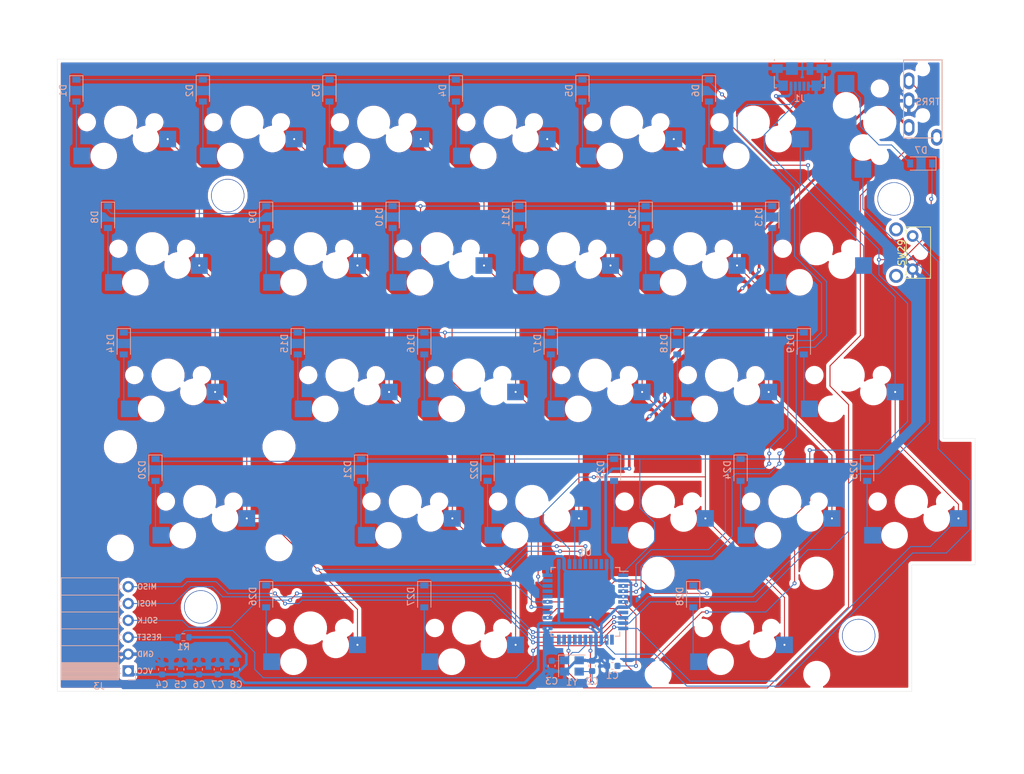
<source format=kicad_pcb>
(kicad_pcb (version 20171130) (host pcbnew "(5.1.9-0-10_14)")
  (layers (0 F.Cu signal) (31 B.Cu signal) (34 B.Paste user) (35 F.Paste user) (36 B.SilkS user) (37 F.SilkS user) (38 B.Mask user) (39 F.Mask user) (44 Edge.Cuts user))
  (net 0 "")
  (net 1 "Net-(C1-Pad2)")
  (net 2 GND)
  (net 3 XTAL2)
  (net 4 XTAL1)
  (net 5 VCC)
  (net 6 "Net-(D1-Pad2)")
  (net 7 row0)
  (net 8 "Net-(D2-Pad2)")
  (net 9 "Net-(D3-Pad2)")
  (net 10 "Net-(D4-Pad2)")
  (net 11 "Net-(D5-Pad2)")
  (net 12 "Net-(D6-Pad2)")
  (net 13 "Net-(D7-Pad2)")
  (net 14 "Net-(D8-Pad2)")
  (net 15 row1)
  (net 16 "Net-(D9-Pad2)")
  (net 17 "Net-(D10-Pad2)")
  (net 18 "Net-(D11-Pad2)")
  (net 19 "Net-(D12-Pad2)")
  (net 20 "Net-(D13-Pad2)")
  (net 21 row2)
  (net 22 "Net-(D14-Pad2)")
  (net 23 "Net-(D15-Pad2)")
  (net 24 "Net-(D16-Pad2)")
  (net 25 "Net-(D17-Pad2)")
  (net 26 "Net-(D18-Pad2)")
  (net 27 "Net-(D19-Pad2)")
  (net 28 "Net-(D20-Pad2)")
  (net 29 row3)
  (net 30 "Net-(D21-Pad2)")
  (net 31 "Net-(D22-Pad2)")
  (net 32 "Net-(D23-Pad2)")
  (net 33 "Net-(D24-Pad2)")
  (net 34 "Net-(D25-Pad2)")
  (net 35 "Net-(D26-Pad2)")
  (net 36 row4)
  (net 37 "Net-(D27-Pad2)")
  (net 38 "Net-(D28-Pad2)")
  (net 39 D-)
  (net 40 D+)
  (net 41 "Net-(J1-Pad4)")
  (net 42 "Net-(J2-PadA)")
  (net 43 data)
  (net 44 RESET)
  (net 45 SOLK)
  (net 46 MOSI)
  (net 47 MISO)
  (net 48 col0)
  (net 49 col1)
  (net 50 col2)
  (net 51 col3)
  (net 52 "Net-(U1-Pad8)")
  (net 53 "Net-(U1-Pad12)")
  (net 54 "Net-(U1-Pad18)")
  (net 55 "Net-(U1-Pad19)")
  (net 56 "Net-(U1-Pad21)")
  (net 57 "Net-(U1-Pad22)")
  (net 58 "Net-(U1-Pad26)")
  (net 59 "Net-(U1-Pad29)")
  (net 60 "Net-(U1-Pad30)")
  (net 61 "Net-(U1-Pad32)")
  (net 62 "Net-(U1-Pad40)")
  (net 63 "Net-(U1-Pad41)")
  (net 64 "Net-(U1-Pad42)")
  (module kbd:HOLE (layer F.Cu) (at 46.99 107.95)
    (fp_text reference Ref**)
    (fp_text value Val**)
    (pad "" np_thru_hole circle (at 0 0) (size 5 5) (drill 4.8) (layers *.Cu *.Mask))
  )
  (module kbd:HOLE (layer F.Cu) (at 146.05 112.268)
    (fp_text reference Ref**)
    (fp_text value Val**)
    (pad "" np_thru_hole circle (at 0 0) (size 5 5) (drill 4.8) (layers *.Cu *.Mask))
  )
  (module kbd:HOLE (layer F.Cu) (at 51.054 45.974)
    (fp_text reference Ref**)
    (fp_text value Val**)
    (pad "" np_thru_hole circle (at 0 0) (size 5 5) (drill 4.8) (layers *.Cu *.Mask))
  )
  (module kbd:HOLE (layer F.Cu) (at 151.384 46.482)
    (fp_text reference Ref**)
    (fp_text value Val**)
    (pad "" np_thru_hole circle (at 0 0) (size 5 5) (drill 4.8) (layers *.Cu *.Mask))
  )
  (module MX_Only:MXOnly-1U-Hotswap (layer F.Cu) (at 63.5 111.125 180)
    (fp_text reference SW26)
    (fp_text value SW_PUSH)
    (pad "" np_thru_hole circle (at 2.54 -5.08 180) (size 3 3) (drill 3) (layers *.Cu *.Mask))
    (pad "" np_thru_hole circle (at 0 0 180) (size 3.9878 3.9878) (drill 3.9878) (layers *.Cu *.Mask))
    (pad "" np_thru_hole circle (at -3.81 -2.54 180) (size 3 3) (drill 3) (layers *.Cu *.Mask))
    (pad "" np_thru_hole circle (at -5.08 0 228.0996) (size 1.75 1.75) (drill 1.75) (layers *.Cu *.Mask))
    (pad "" np_thru_hole circle (at 5.08 0 228.0996) (size 1.75 1.75) (drill 1.75) (layers *.Cu *.Mask))
    (pad 1 smd rect (at -7.085 -2.54 180) (size 2.55 2.5) (layers B.Cu B.Paste B.Mask) (net 48 col0))
    (pad 2 smd rect (at 5.842 -5.08 180) (size 2.55 2.5) (layers B.Cu B.Paste B.Mask) (net 35 "Net-(D26-Pad2)"))
  )
  (module MX_Only:MXOnly-1U-Hotswap (layer F.Cu) (at 92.074999 34.925 180)
    (fp_text reference SW4)
    (fp_text value SW_PUSH)
    (pad 2 smd rect (at 5.842 -5.08 180) (size 2.55 2.5) (layers B.Cu B.Paste B.Mask) (net 10 "Net-(D4-Pad2)"))
    (pad 1 smd rect (at -7.085 -2.54 180) (size 2.55 2.5) (layers B.Cu B.Paste B.Mask) (net 51 col3))
    (pad "" np_thru_hole circle (at 5.08 0 228.0996) (size 1.75 1.75) (drill 1.75) (layers *.Cu *.Mask))
    (pad "" np_thru_hole circle (at -5.08 0 228.0996) (size 1.75 1.75) (drill 1.75) (layers *.Cu *.Mask))
    (pad "" np_thru_hole circle (at -3.81 -2.54 180) (size 3 3) (drill 3) (layers *.Cu *.Mask))
    (pad "" np_thru_hole circle (at 0 0 180) (size 3.9878 3.9878) (drill 3.9878) (layers *.Cu *.Mask))
    (pad "" np_thru_hole circle (at 2.54 -5.08 180) (size 3 3) (drill 3) (layers *.Cu *.Mask))
  )
  (module MX_Only:MXOnly-1U-Hotswap (layer F.Cu) (at 53.975 34.925 180)
    (fp_text reference SW2)
    (fp_text value SW_PUSH)
    (pad 2 smd rect (at 5.842 -5.08 180) (size 2.55 2.5) (layers B.Cu B.Paste B.Mask) (net 8 "Net-(D2-Pad2)"))
    (pad 1 smd rect (at -7.085 -2.54 180) (size 2.55 2.5) (layers B.Cu B.Paste B.Mask) (net 49 col1))
    (pad "" np_thru_hole circle (at 5.08 0 228.0996) (size 1.75 1.75) (drill 1.75) (layers *.Cu *.Mask))
    (pad "" np_thru_hole circle (at -5.08 0 228.0996) (size 1.75 1.75) (drill 1.75) (layers *.Cu *.Mask))
    (pad "" np_thru_hole circle (at -3.81 -2.54 180) (size 3 3) (drill 3) (layers *.Cu *.Mask))
    (pad "" np_thru_hole circle (at 0 0 180) (size 3.9878 3.9878) (drill 3.9878) (layers *.Cu *.Mask))
    (pad "" np_thru_hole circle (at 2.54 -5.08 180) (size 3 3) (drill 3) (layers *.Cu *.Mask))
  )
  (module Capacitor_SMD:C_0603_1608Metric (layer B.Cu) (at 108.966 116.84)
    (fp_text reference C1 (at 0 1.43) (layer B.SilkS) (effects (justify mirror)))
    (fp_text value 1uF)
    (pad 2 smd roundrect (at 0.775 0) (size 0.9 0.95) (layers B.Cu B.Paste B.Mask) (net 1 "Net-(C1-Pad2)"))
    (pad 1 smd roundrect (at -0.775 0) (size 0.9 0.95) (layers B.Cu B.Paste B.Mask) (net 2 GND))
  )
  (module Capacitor_SMD:C_0603_1608Metric (layer B.Cu) (at 105.918 116.84 270)
    (fp_text reference C2 (at 2.286 0 180) (layer B.SilkS) (effects (justify mirror)))
    (fp_text value 22pF)
    (pad 1 smd roundrect (at -0.775 0 270) (size 0.9 0.95) (layers B.Cu B.Paste B.Mask) (net 2 GND))
    (pad 2 smd roundrect (at 0.775 0 270) (size 0.9 0.95) (layers B.Cu B.Paste B.Mask) (net 3 XTAL2))
  )
  (module Capacitor_SMD:C_0603_1608Metric (layer B.Cu) (at 99.822 116.84 90)
    (fp_text reference C3 (at -2.286 0 180) (layer B.SilkS) (effects (justify mirror)))
    (fp_text value 22pF)
    (pad 2 smd roundrect (at 0.775 0 90) (size 0.9 0.95) (layers B.Cu B.Paste B.Mask) (net 4 XTAL1))
    (pad 1 smd roundrect (at -0.775 0 90) (size 0.9 0.95) (layers B.Cu B.Paste B.Mask) (net 2 GND))
  )
  (module Capacitor_SMD:C_0603_1608Metric (layer B.Cu) (at 41.148 117.348 90)
    (fp_text reference C4 (at -2.286 0 180) (layer B.SilkS) (effects (justify mirror)))
    (fp_text value 100nF)
    (pad 1 smd roundrect (at -0.775 0 90) (size 0.9 0.95) (layers B.Cu B.Paste B.Mask) (net 5 VCC))
    (pad 2 smd roundrect (at 0.775 0 90) (size 0.9 0.95) (layers B.Cu B.Paste B.Mask) (net 2 GND))
  )
  (module Capacitor_SMD:C_0603_1608Metric (layer B.Cu) (at 43.942 117.348 90)
    (fp_text reference C5 (at -2.286 0 180) (layer B.SilkS) (effects (justify mirror)))
    (fp_text value 100nF)
    (pad 1 smd roundrect (at -0.775 0 90) (size 0.9 0.95) (layers B.Cu B.Paste B.Mask) (net 5 VCC))
    (pad 2 smd roundrect (at 0.775 0 90) (size 0.9 0.95) (layers B.Cu B.Paste B.Mask) (net 2 GND))
  )
  (module Capacitor_SMD:C_0603_1608Metric (layer B.Cu) (at 46.736 117.348 90)
    (fp_text reference C6 (at -2.286 0 180) (layer B.SilkS) (effects (justify mirror)))
    (fp_text value 100nF)
    (pad 1 smd roundrect (at -0.775 0 90) (size 0.9 0.95) (layers B.Cu B.Paste B.Mask) (net 5 VCC))
    (pad 2 smd roundrect (at 0.775 0 90) (size 0.9 0.95) (layers B.Cu B.Paste B.Mask) (net 2 GND))
  )
  (module Capacitor_SMD:C_0603_1608Metric (layer B.Cu) (at 49.53 117.348 90)
    (fp_text reference C7 (at -2.286 0 180) (layer B.SilkS) (effects (justify mirror)))
    (fp_text value 100nF)
    (pad 2 smd roundrect (at 0.775 0 90) (size 0.9 0.95) (layers B.Cu B.Paste B.Mask) (net 2 GND))
    (pad 1 smd roundrect (at -0.775 0 90) (size 0.9 0.95) (layers B.Cu B.Paste B.Mask) (net 5 VCC))
  )
  (module Capacitor_SMD:C_0603_1608Metric (layer B.Cu) (at 52.324 117.348 90)
    (fp_text reference C8 (at -2.286 0 180) (layer B.SilkS) (effects (justify mirror)))
    (fp_text value 4.7uF)
    (pad 2 smd roundrect (at 0.775 0 90) (size 0.9 0.95) (layers B.Cu B.Paste B.Mask) (net 2 GND))
    (pad 1 smd roundrect (at -0.775 0 90) (size 0.9 0.95) (layers B.Cu B.Paste B.Mask) (net 5 VCC))
  )
  (module Connector_USB:USB_Micro-B_Molex_47346-0001 (layer B.Cu) (at 137.16 28.0416)
    (fp_text reference J1 (at 0 3.3 180) (layer B.SilkS) (effects (justify mirror)))
    (fp_text value USB_B_Micro)
    (pad 1 smd rect (at -1.3 1.46) (size 0.45 1.38) (layers B.Cu B.Paste B.Mask) (net 5 VCC))
    (pad 2 smd rect (at -0.65 1.46) (size 0.45 1.38) (layers B.Cu B.Paste B.Mask) (net 39 D-))
    (pad 3 smd rect (at 0 1.46) (size 0.45 1.38) (layers B.Cu B.Paste B.Mask) (net 40 D+))
    (pad 4 smd rect (at 0.65 1.46) (size 0.45 1.38) (layers B.Cu B.Paste B.Mask) (net 41 "Net-(J1-Pad4)"))
    (pad 5 smd rect (at 1.3 1.46) (size 0.45 1.38) (layers B.Cu B.Paste B.Mask) (net 2 GND))
    (pad 6 smd rect (at -2.4875 1.375) (size 1.425 1.55) (layers B.Cu B.Paste B.Mask) (net 2 GND))
    (pad 6 smd rect (at 2.4875 1.375) (size 1.425 1.55) (layers B.Cu B.Paste B.Mask) (net 2 GND))
    (pad 6 smd rect (at -3.375 -1.2) (size 1.65 1.3) (layers B.Cu B.Paste B.Mask) (net 2 GND))
    (pad 6 smd rect (at 3.375 -1.2) (size 1.65 1.3) (layers B.Cu B.Paste B.Mask) (net 2 GND))
    (pad 6 smd rect (at -1.15 -1.2) (size 1.8 1.9) (layers B.Cu B.Paste B.Mask) (net 2 GND))
    (pad 6 smd rect (at 1.55 -1.2) (size 1 1.9) (layers B.Cu B.Paste B.Mask) (net 2 GND))
  )
  (module Connector_PinSocket_2.54mm:PinSocket_1x06_P2.54mm_Horizontal (layer B.Cu) (at 36.068 117.602)
    (fp_text reference J3 (at -4.38 2.286) (layer B.SilkS) (effects (justify mirror)))
    (fp_text value Conn_01x06_Female)
    (pad 1 thru_hole rect (at 0 0) (size 1.7 1.7) (drill 1) (layers *.Cu *.Mask) (net 5 VCC))
    (pad 2 thru_hole oval (at 0 -2.54) (size 1.7 1.7) (drill 1) (layers *.Cu *.Mask) (net 2 GND))
    (pad 3 thru_hole oval (at 0 -5.08) (size 1.7 1.7) (drill 1) (layers *.Cu *.Mask) (net 44 RESET))
    (pad 4 thru_hole oval (at 0 -7.62) (size 1.7 1.7) (drill 1) (layers *.Cu *.Mask) (net 45 SOLK))
    (pad 5 thru_hole oval (at 0 -10.16) (size 1.7 1.7) (drill 1) (layers *.Cu *.Mask) (net 46 MOSI))
    (pad 6 thru_hole oval (at 0 -12.7) (size 1.7 1.7) (drill 1) (layers *.Cu *.Mask) (net 47 MISO))
  )
  (module Resistor_SMD:R_0603_1608Metric (layer B.Cu) (at 44.387 112.522)
    (fp_text reference R1 (at 0 1.43) (layer B.SilkS) (effects (justify mirror)))
    (fp_text value 10k)
    (pad 1 smd roundrect (at -0.825 0) (size 0.8 0.95) (layers B.Cu B.Paste B.Mask) (net 44 RESET))
    (pad 2 smd roundrect (at 0.825 0) (size 0.8 0.95) (layers B.Cu B.Paste B.Mask) (net 5 VCC))
  )
  (module MX_Only:MXOnly-1U-Hotswap (layer F.Cu) (at 34.925 34.925 180)
    (fp_text reference SW1)
    (fp_text value SW_PUSH)
    (pad "" np_thru_hole circle (at 2.54 -5.08 180) (size 3 3) (drill 3) (layers *.Cu *.Mask))
    (pad "" np_thru_hole circle (at 0 0 180) (size 3.9878 3.9878) (drill 3.9878) (layers *.Cu *.Mask))
    (pad "" np_thru_hole circle (at -3.81 -2.54 180) (size 3 3) (drill 3) (layers *.Cu *.Mask))
    (pad "" np_thru_hole circle (at -5.08 0 228.0996) (size 1.75 1.75) (drill 1.75) (layers *.Cu *.Mask))
    (pad "" np_thru_hole circle (at 5.08 0 228.0996) (size 1.75 1.75) (drill 1.75) (layers *.Cu *.Mask))
    (pad 1 smd rect (at -7.085 -2.54 180) (size 2.55 2.5) (layers B.Cu B.Paste B.Mask) (net 48 col0))
    (pad 2 smd rect (at 5.842 -5.08 180) (size 2.55 2.5) (layers B.Cu B.Paste B.Mask) (net 6 "Net-(D1-Pad2)"))
  )
  (module MX_Only:MXOnly-1U-Hotswap (layer F.Cu) (at 73.025 34.925 180)
    (fp_text reference SW3)
    (fp_text value SW_PUSH)
    (pad 2 smd rect (at 5.842 -5.08 180) (size 2.55 2.5) (layers B.Cu B.Paste B.Mask) (net 9 "Net-(D3-Pad2)"))
    (pad 1 smd rect (at -7.085 -2.54 180) (size 2.55 2.5) (layers B.Cu B.Paste B.Mask) (net 50 col2))
    (pad "" np_thru_hole circle (at 5.08 0 228.0996) (size 1.75 1.75) (drill 1.75) (layers *.Cu *.Mask))
    (pad "" np_thru_hole circle (at -5.08 0 228.0996) (size 1.75 1.75) (drill 1.75) (layers *.Cu *.Mask))
    (pad "" np_thru_hole circle (at -3.81 -2.54 180) (size 3 3) (drill 3) (layers *.Cu *.Mask))
    (pad "" np_thru_hole circle (at 0 0 180) (size 3.9878 3.9878) (drill 3.9878) (layers *.Cu *.Mask))
    (pad "" np_thru_hole circle (at 2.54 -5.08 180) (size 3 3) (drill 3) (layers *.Cu *.Mask))
  )
  (module MX_Only:MXOnly-1U-Hotswap (layer F.Cu) (at 111.125 34.925 180)
    (fp_text reference SW5)
    (fp_text value SW_PUSH)
    (pad 2 smd rect (at 5.842 -5.08 180) (size 2.55 2.5) (layers B.Cu B.Paste B.Mask) (net 11 "Net-(D5-Pad2)"))
    (pad 1 smd rect (at -7.085 -2.54 180) (size 2.55 2.5) (layers B.Cu B.Paste B.Mask) (net 45 SOLK))
    (pad "" np_thru_hole circle (at 5.08 0 228.0996) (size 1.75 1.75) (drill 1.75) (layers *.Cu *.Mask))
    (pad "" np_thru_hole circle (at -5.08 0 228.0996) (size 1.75 1.75) (drill 1.75) (layers *.Cu *.Mask))
    (pad "" np_thru_hole circle (at -3.81 -2.54 180) (size 3 3) (drill 3) (layers *.Cu *.Mask))
    (pad "" np_thru_hole circle (at 0 0 180) (size 3.9878 3.9878) (drill 3.9878) (layers *.Cu *.Mask))
    (pad "" np_thru_hole circle (at 2.54 -5.08 180) (size 3 3) (drill 3) (layers *.Cu *.Mask))
  )
  (module MX_Only:MXOnly-1U-Hotswap (layer F.Cu) (at 130.175 34.925 180)
    (fp_text reference SW6)
    (fp_text value SW_PUSH)
    (pad 2 smd rect (at 5.842 -5.08 180) (size 2.55 2.5) (layers B.Cu B.Paste B.Mask) (net 12 "Net-(D6-Pad2)"))
    (pad 1 smd rect (at -7.085 -2.54 180) (size 2.55 2.5) (layers B.Cu B.Paste B.Mask) (net 47 MISO))
    (pad "" np_thru_hole circle (at 5.08 0 228.0996) (size 1.75 1.75) (drill 1.75) (layers *.Cu *.Mask))
    (pad "" np_thru_hole circle (at -5.08 0 228.0996) (size 1.75 1.75) (drill 1.75) (layers *.Cu *.Mask))
    (pad "" np_thru_hole circle (at -3.81 -2.54 180) (size 3 3) (drill 3) (layers *.Cu *.Mask))
    (pad "" np_thru_hole circle (at 0 0 180) (size 3.9878 3.9878) (drill 3.9878) (layers *.Cu *.Mask))
    (pad "" np_thru_hole circle (at 2.54 -5.08 180) (size 3 3) (drill 3) (layers *.Cu *.Mask))
  )
  (module MX_Only:MXOnly-1U-Hotswap (layer F.Cu) (at 149.225 34.925 90)
    (fp_text reference SW7)
    (fp_text value SW_PUSH)
    (pad 2 smd rect (at 5.842 -5.08 90) (size 2.55 2.5) (layers B.Cu B.Paste B.Mask) (net 13 "Net-(D7-Pad2)"))
    (pad 1 smd rect (at -7.085 -2.54 90) (size 2.55 2.5) (layers B.Cu B.Paste B.Mask) (net 46 MOSI))
    (pad "" np_thru_hole circle (at 5.08 0 138.0996) (size 1.75 1.75) (drill 1.75) (layers *.Cu *.Mask))
    (pad "" np_thru_hole circle (at -5.08 0 138.0996) (size 1.75 1.75) (drill 1.75) (layers *.Cu *.Mask))
    (pad "" np_thru_hole circle (at -3.81 -2.54 90) (size 3 3) (drill 3) (layers *.Cu *.Mask))
    (pad "" np_thru_hole circle (at 0 0 90) (size 3.9878 3.9878) (drill 3.9878) (layers *.Cu *.Mask))
    (pad "" np_thru_hole circle (at 2.54 -5.08 90) (size 3 3) (drill 3) (layers *.Cu *.Mask))
  )
  (module MX_Only:MXOnly-1.5U-Hotswap (layer F.Cu) (at 39.6875 53.975 180)
    (fp_text reference SW8)
    (fp_text value SW_PUSH)
    (pad 2 smd rect (at 5.842 -5.08 180) (size 2.55 2.5) (layers B.Cu B.Paste B.Mask) (net 14 "Net-(D8-Pad2)"))
    (pad 1 smd rect (at -7.085 -2.54 180) (size 2.55 2.5) (layers B.Cu B.Paste B.Mask) (net 48 col0))
    (pad "" np_thru_hole circle (at 5.08 0 228.0996) (size 1.75 1.75) (drill 1.75) (layers *.Cu *.Mask))
    (pad "" np_thru_hole circle (at -5.08 0 228.0996) (size 1.75 1.75) (drill 1.75) (layers *.Cu *.Mask))
    (pad "" np_thru_hole circle (at -3.81 -2.54 180) (size 3 3) (drill 3) (layers *.Cu *.Mask))
    (pad "" np_thru_hole circle (at 0 0 180) (size 3.9878 3.9878) (drill 3.9878) (layers *.Cu *.Mask))
    (pad "" np_thru_hole circle (at 2.54 -5.08 180) (size 3 3) (drill 3) (layers *.Cu *.Mask))
  )
  (module MX_Only:MXOnly-1U-Hotswap (layer F.Cu) (at 63.5 53.975 180)
    (fp_text reference SW9)
    (fp_text value SW_PUSH)
    (pad "" np_thru_hole circle (at 2.54 -5.08 180) (size 3 3) (drill 3) (layers *.Cu *.Mask))
    (pad "" np_thru_hole circle (at 0 0 180) (size 3.9878 3.9878) (drill 3.9878) (layers *.Cu *.Mask))
    (pad "" np_thru_hole circle (at -3.81 -2.54 180) (size 3 3) (drill 3) (layers *.Cu *.Mask))
    (pad "" np_thru_hole circle (at -5.08 0 228.0996) (size 1.75 1.75) (drill 1.75) (layers *.Cu *.Mask))
    (pad "" np_thru_hole circle (at 5.08 0 228.0996) (size 1.75 1.75) (drill 1.75) (layers *.Cu *.Mask))
    (pad 1 smd rect (at -7.085 -2.54 180) (size 2.55 2.5) (layers B.Cu B.Paste B.Mask) (net 49 col1))
    (pad 2 smd rect (at 5.842 -5.08 180) (size 2.55 2.5) (layers B.Cu B.Paste B.Mask) (net 16 "Net-(D9-Pad2)"))
  )
  (module MX_Only:MXOnly-1U-Hotswap (layer F.Cu) (at 82.55 53.975 180)
    (fp_text reference SW10)
    (fp_text value SW_PUSH)
    (pad 2 smd rect (at 5.842 -5.08 180) (size 2.55 2.5) (layers B.Cu B.Paste B.Mask) (net 17 "Net-(D10-Pad2)"))
    (pad 1 smd rect (at -7.085 -2.54 180) (size 2.55 2.5) (layers B.Cu B.Paste B.Mask) (net 50 col2))
    (pad "" np_thru_hole circle (at 5.08 0 228.0996) (size 1.75 1.75) (drill 1.75) (layers *.Cu *.Mask))
    (pad "" np_thru_hole circle (at -5.08 0 228.0996) (size 1.75 1.75) (drill 1.75) (layers *.Cu *.Mask))
    (pad "" np_thru_hole circle (at -3.81 -2.54 180) (size 3 3) (drill 3) (layers *.Cu *.Mask))
    (pad "" np_thru_hole circle (at 0 0 180) (size 3.9878 3.9878) (drill 3.9878) (layers *.Cu *.Mask))
    (pad "" np_thru_hole circle (at 2.54 -5.08 180) (size 3 3) (drill 3) (layers *.Cu *.Mask))
  )
  (module MX_Only:MXOnly-1U-Hotswap (layer F.Cu) (at 101.6 53.975 180)
    (fp_text reference SW11)
    (fp_text value SW_PUSH)
    (pad 2 smd rect (at 5.842 -5.08 180) (size 2.55 2.5) (layers B.Cu B.Paste B.Mask) (net 18 "Net-(D11-Pad2)"))
    (pad 1 smd rect (at -7.085 -2.54 180) (size 2.55 2.5) (layers B.Cu B.Paste B.Mask) (net 51 col3))
    (pad "" np_thru_hole circle (at 5.08 0 228.0996) (size 1.75 1.75) (drill 1.75) (layers *.Cu *.Mask))
    (pad "" np_thru_hole circle (at -5.08 0 228.0996) (size 1.75 1.75) (drill 1.75) (layers *.Cu *.Mask))
    (pad "" np_thru_hole circle (at -3.81 -2.54 180) (size 3 3) (drill 3) (layers *.Cu *.Mask))
    (pad "" np_thru_hole circle (at 0 0 180) (size 3.9878 3.9878) (drill 3.9878) (layers *.Cu *.Mask))
    (pad "" np_thru_hole circle (at 2.54 -5.08 180) (size 3 3) (drill 3) (layers *.Cu *.Mask))
  )
  (module MX_Only:MXOnly-1U-Hotswap (layer F.Cu) (at 120.65 53.975 180)
    (fp_text reference SW12)
    (fp_text value SW_PUSH)
    (pad "" np_thru_hole circle (at 2.54 -5.08 180) (size 3 3) (drill 3) (layers *.Cu *.Mask))
    (pad "" np_thru_hole circle (at 0 0 180) (size 3.9878 3.9878) (drill 3.9878) (layers *.Cu *.Mask))
    (pad "" np_thru_hole circle (at -3.81 -2.54 180) (size 3 3) (drill 3) (layers *.Cu *.Mask))
    (pad "" np_thru_hole circle (at -5.08 0 228.0996) (size 1.75 1.75) (drill 1.75) (layers *.Cu *.Mask))
    (pad "" np_thru_hole circle (at 5.08 0 228.0996) (size 1.75 1.75) (drill 1.75) (layers *.Cu *.Mask))
    (pad 1 smd rect (at -7.085 -2.54 180) (size 2.55 2.5) (layers B.Cu B.Paste B.Mask) (net 45 SOLK))
    (pad 2 smd rect (at 5.842 -5.08 180) (size 2.55 2.5) (layers B.Cu B.Paste B.Mask) (net 19 "Net-(D12-Pad2)"))
  )
  (module MX_Only:MXOnly-1U-Hotswap (layer F.Cu) (at 139.7 53.975 180)
    (fp_text reference SW13)
    (fp_text value SW_PUSH)
    (pad "" np_thru_hole circle (at 2.54 -5.08 180) (size 3 3) (drill 3) (layers *.Cu *.Mask))
    (pad "" np_thru_hole circle (at 0 0 180) (size 3.9878 3.9878) (drill 3.9878) (layers *.Cu *.Mask))
    (pad "" np_thru_hole circle (at -3.81 -2.54 180) (size 3 3) (drill 3) (layers *.Cu *.Mask))
    (pad "" np_thru_hole circle (at -5.08 0 228.0996) (size 1.75 1.75) (drill 1.75) (layers *.Cu *.Mask))
    (pad "" np_thru_hole circle (at 5.08 0 228.0996) (size 1.75 1.75) (drill 1.75) (layers *.Cu *.Mask))
    (pad 1 smd rect (at -7.085 -2.54 180) (size 2.55 2.5) (layers B.Cu B.Paste B.Mask) (net 47 MISO))
    (pad 2 smd rect (at 5.842 -5.08 180) (size 2.55 2.5) (layers B.Cu B.Paste B.Mask) (net 20 "Net-(D13-Pad2)"))
  )
  (module MX_Only:MXOnly-1.75U-Hotswap (layer F.Cu) (at 42.068749 73.025 180)
    (fp_text reference SW14)
    (fp_text value SW_PUSH)
    (pad "" np_thru_hole circle (at 2.54 -5.08 180) (size 3 3) (drill 3) (layers *.Cu *.Mask))
    (pad "" np_thru_hole circle (at 0 0 180) (size 3.9878 3.9878) (drill 3.9878) (layers *.Cu *.Mask))
    (pad "" np_thru_hole circle (at -3.81 -2.54 180) (size 3 3) (drill 3) (layers *.Cu *.Mask))
    (pad "" np_thru_hole circle (at -5.08 0 228.0996) (size 1.75 1.75) (drill 1.75) (layers *.Cu *.Mask))
    (pad "" np_thru_hole circle (at 5.08 0 228.0996) (size 1.75 1.75) (drill 1.75) (layers *.Cu *.Mask))
    (pad 1 smd rect (at -7.085 -2.54 180) (size 2.55 2.5) (layers B.Cu B.Paste B.Mask) (net 48 col0))
    (pad 2 smd rect (at 5.842 -5.08 180) (size 2.55 2.5) (layers B.Cu B.Paste B.Mask) (net 22 "Net-(D14-Pad2)"))
  )
  (module MX_Only:MXOnly-1U-Hotswap (layer F.Cu) (at 68.2625 73.025 180)
    (fp_text reference SW15)
    (fp_text value SW_PUSH)
    (pad 2 smd rect (at 5.842 -5.08 180) (size 2.55 2.5) (layers B.Cu B.Paste B.Mask) (net 23 "Net-(D15-Pad2)"))
    (pad 1 smd rect (at -7.085 -2.54 180) (size 2.55 2.5) (layers B.Cu B.Paste B.Mask) (net 49 col1))
    (pad "" np_thru_hole circle (at 5.08 0 228.0996) (size 1.75 1.75) (drill 1.75) (layers *.Cu *.Mask))
    (pad "" np_thru_hole circle (at -5.08 0 228.0996) (size 1.75 1.75) (drill 1.75) (layers *.Cu *.Mask))
    (pad "" np_thru_hole circle (at -3.81 -2.54 180) (size 3 3) (drill 3) (layers *.Cu *.Mask))
    (pad "" np_thru_hole circle (at 0 0 180) (size 3.9878 3.9878) (drill 3.9878) (layers *.Cu *.Mask))
    (pad "" np_thru_hole circle (at 2.54 -5.08 180) (size 3 3) (drill 3) (layers *.Cu *.Mask))
  )
  (module MX_Only:MXOnly-1U-Hotswap (layer F.Cu) (at 87.3125 73.025 180)
    (fp_text reference SW16)
    (fp_text value SW_PUSH)
    (pad "" np_thru_hole circle (at 2.54 -5.08 180) (size 3 3) (drill 3) (layers *.Cu *.Mask))
    (pad "" np_thru_hole circle (at 0 0 180) (size 3.9878 3.9878) (drill 3.9878) (layers *.Cu *.Mask))
    (pad "" np_thru_hole circle (at -3.81 -2.54 180) (size 3 3) (drill 3) (layers *.Cu *.Mask))
    (pad "" np_thru_hole circle (at -5.08 0 228.0996) (size 1.75 1.75) (drill 1.75) (layers *.Cu *.Mask))
    (pad "" np_thru_hole circle (at 5.08 0 228.0996) (size 1.75 1.75) (drill 1.75) (layers *.Cu *.Mask))
    (pad 1 smd rect (at -7.085 -2.54 180) (size 2.55 2.5) (layers B.Cu B.Paste B.Mask) (net 50 col2))
    (pad 2 smd rect (at 5.842 -5.08 180) (size 2.55 2.5) (layers B.Cu B.Paste B.Mask) (net 24 "Net-(D16-Pad2)"))
  )
  (module MX_Only:MXOnly-1U-Hotswap (layer F.Cu) (at 106.3625 73.025 180)
    (fp_text reference SW17)
    (fp_text value SW_PUSH)
    (pad "" np_thru_hole circle (at 2.54 -5.08 180) (size 3 3) (drill 3) (layers *.Cu *.Mask))
    (pad "" np_thru_hole circle (at 0 0 180) (size 3.9878 3.9878) (drill 3.9878) (layers *.Cu *.Mask))
    (pad "" np_thru_hole circle (at -3.81 -2.54 180) (size 3 3) (drill 3) (layers *.Cu *.Mask))
    (pad "" np_thru_hole circle (at -5.08 0 228.0996) (size 1.75 1.75) (drill 1.75) (layers *.Cu *.Mask))
    (pad "" np_thru_hole circle (at 5.08 0 228.0996) (size 1.75 1.75) (drill 1.75) (layers *.Cu *.Mask))
    (pad 1 smd rect (at -7.085 -2.54 180) (size 2.55 2.5) (layers B.Cu B.Paste B.Mask) (net 51 col3))
    (pad 2 smd rect (at 5.842 -5.08 180) (size 2.55 2.5) (layers B.Cu B.Paste B.Mask) (net 25 "Net-(D17-Pad2)"))
  )
  (module MX_Only:MXOnly-1U-Hotswap (layer F.Cu) (at 125.4125 73.025 180)
    (fp_text reference SW18)
    (fp_text value SW_PUSH)
    (pad "" np_thru_hole circle (at 2.54 -5.08 180) (size 3 3) (drill 3) (layers *.Cu *.Mask))
    (pad "" np_thru_hole circle (at 0 0 180) (size 3.9878 3.9878) (drill 3.9878) (layers *.Cu *.Mask))
    (pad "" np_thru_hole circle (at -3.81 -2.54 180) (size 3 3) (drill 3) (layers *.Cu *.Mask))
    (pad "" np_thru_hole circle (at -5.08 0 228.0996) (size 1.75 1.75) (drill 1.75) (layers *.Cu *.Mask))
    (pad "" np_thru_hole circle (at 5.08 0 228.0996) (size 1.75 1.75) (drill 1.75) (layers *.Cu *.Mask))
    (pad 1 smd rect (at -7.085 -2.54 180) (size 2.55 2.5) (layers B.Cu B.Paste B.Mask) (net 45 SOLK))
    (pad 2 smd rect (at 5.842 -5.08 180) (size 2.55 2.5) (layers B.Cu B.Paste B.Mask) (net 26 "Net-(D18-Pad2)"))
  )
  (module MX_Only:MXOnly-1U-Hotswap (layer F.Cu) (at 144.4625 73.025 180)
    (fp_text reference SW19)
    (fp_text value SW_PUSH)
    (pad "" np_thru_hole circle (at 2.54 -5.08 180) (size 3 3) (drill 3) (layers *.Cu *.Mask))
    (pad "" np_thru_hole circle (at 0 0 180) (size 3.9878 3.9878) (drill 3.9878) (layers *.Cu *.Mask))
    (pad "" np_thru_hole circle (at -3.81 -2.54 180) (size 3 3) (drill 3) (layers *.Cu *.Mask))
    (pad "" np_thru_hole circle (at -5.08 0 228.0996) (size 1.75 1.75) (drill 1.75) (layers *.Cu *.Mask))
    (pad "" np_thru_hole circle (at 5.08 0 228.0996) (size 1.75 1.75) (drill 1.75) (layers *.Cu *.Mask))
    (pad 1 smd rect (at -7.085 -2.54 180) (size 2.55 2.5) (layers B.Cu B.Paste B.Mask) (net 47 MISO))
    (pad 2 smd rect (at 5.842 -5.08 180) (size 2.55 2.5) (layers B.Cu B.Paste B.Mask) (net 27 "Net-(D19-Pad2)"))
  )
  (module MX_Only:MXOnly-1U-Hotswap (layer F.Cu) (at 77.7875 92.074999 180)
    (fp_text reference SW21)
    (fp_text value SW_PUSH)
    (pad "" np_thru_hole circle (at 2.54 -5.08 180) (size 3 3) (drill 3) (layers *.Cu *.Mask))
    (pad "" np_thru_hole circle (at 0 0 180) (size 3.9878 3.9878) (drill 3.9878) (layers *.Cu *.Mask))
    (pad "" np_thru_hole circle (at -3.81 -2.54 180) (size 3 3) (drill 3) (layers *.Cu *.Mask))
    (pad "" np_thru_hole circle (at -5.08 0 228.0996) (size 1.75 1.75) (drill 1.75) (layers *.Cu *.Mask))
    (pad "" np_thru_hole circle (at 5.08 0 228.0996) (size 1.75 1.75) (drill 1.75) (layers *.Cu *.Mask))
    (pad 1 smd rect (at -7.085 -2.54 180) (size 2.55 2.5) (layers B.Cu B.Paste B.Mask) (net 49 col1))
    (pad 2 smd rect (at 5.842 -5.08 180) (size 2.55 2.5) (layers B.Cu B.Paste B.Mask) (net 30 "Net-(D21-Pad2)"))
  )
  (module MX_Only:MXOnly-1U-Hotswap (layer F.Cu) (at 96.8375 92.074999 180)
    (fp_text reference SW22)
    (fp_text value SW_PUSH)
    (pad "" np_thru_hole circle (at 2.54 -5.08 180) (size 3 3) (drill 3) (layers *.Cu *.Mask))
    (pad "" np_thru_hole circle (at 0 0 180) (size 3.9878 3.9878) (drill 3.9878) (layers *.Cu *.Mask))
    (pad "" np_thru_hole circle (at -3.81 -2.54 180) (size 3 3) (drill 3) (layers *.Cu *.Mask))
    (pad "" np_thru_hole circle (at -5.08 0 228.0996) (size 1.75 1.75) (drill 1.75) (layers *.Cu *.Mask))
    (pad "" np_thru_hole circle (at 5.08 0 228.0996) (size 1.75 1.75) (drill 1.75) (layers *.Cu *.Mask))
    (pad 1 smd rect (at -7.085 -2.54 180) (size 2.55 2.5) (layers B.Cu B.Paste B.Mask) (net 50 col2))
    (pad 2 smd rect (at 5.842 -5.08 180) (size 2.55 2.5) (layers B.Cu B.Paste B.Mask) (net 31 "Net-(D22-Pad2)"))
  )
  (module MX_Only:MXOnly-1U-Hotswap (layer F.Cu) (at 115.887499 92.074999 180)
    (fp_text reference SW23)
    (fp_text value SW_PUSH)
    (pad 2 smd rect (at 5.842 -5.08 180) (size 2.55 2.5) (layers B.Cu B.Paste B.Mask) (net 32 "Net-(D23-Pad2)"))
    (pad 1 smd rect (at -7.085 -2.54 180) (size 2.55 2.5) (layers B.Cu B.Paste B.Mask) (net 51 col3))
    (pad "" np_thru_hole circle (at 5.08 0 228.0996) (size 1.75 1.75) (drill 1.75) (layers *.Cu *.Mask))
    (pad "" np_thru_hole circle (at -5.08 0 228.0996) (size 1.75 1.75) (drill 1.75) (layers *.Cu *.Mask))
    (pad "" np_thru_hole circle (at -3.81 -2.54 180) (size 3 3) (drill 3) (layers *.Cu *.Mask))
    (pad "" np_thru_hole circle (at 0 0 180) (size 3.9878 3.9878) (drill 3.9878) (layers *.Cu *.Mask))
    (pad "" np_thru_hole circle (at 2.54 -5.08 180) (size 3 3) (drill 3) (layers *.Cu *.Mask))
  )
  (module MX_Only:MXOnly-1U-Hotswap (layer F.Cu) (at 134.9375 92.074999 180)
    (fp_text reference SW24)
    (fp_text value SW_PUSH)
    (pad 2 smd rect (at 5.842 -5.08 180) (size 2.55 2.5) (layers B.Cu B.Paste B.Mask) (net 33 "Net-(D24-Pad2)"))
    (pad 1 smd rect (at -7.085 -2.54 180) (size 2.55 2.5) (layers B.Cu B.Paste B.Mask) (net 45 SOLK))
    (pad "" np_thru_hole circle (at 5.08 0 228.0996) (size 1.75 1.75) (drill 1.75) (layers *.Cu *.Mask))
    (pad "" np_thru_hole circle (at -5.08 0 228.0996) (size 1.75 1.75) (drill 1.75) (layers *.Cu *.Mask))
    (pad "" np_thru_hole circle (at -3.81 -2.54 180) (size 3 3) (drill 3) (layers *.Cu *.Mask))
    (pad "" np_thru_hole circle (at 0 0 180) (size 3.9878 3.9878) (drill 3.9878) (layers *.Cu *.Mask))
    (pad "" np_thru_hole circle (at 2.54 -5.08 180) (size 3 3) (drill 3) (layers *.Cu *.Mask))
  )
  (module MX_Only:MXOnly-1U-Hotswap (layer F.Cu) (at 153.9875 92.074999 180)
    (fp_text reference SW25)
    (fp_text value SW_PUSH)
    (pad "" np_thru_hole circle (at 2.54 -5.08 180) (size 3 3) (drill 3) (layers *.Cu *.Mask))
    (pad "" np_thru_hole circle (at 0 0 180) (size 3.9878 3.9878) (drill 3.9878) (layers *.Cu *.Mask))
    (pad "" np_thru_hole circle (at -3.81 -2.54 180) (size 3 3) (drill 3) (layers *.Cu *.Mask))
    (pad "" np_thru_hole circle (at -5.08 0 228.0996) (size 1.75 1.75) (drill 1.75) (layers *.Cu *.Mask))
    (pad "" np_thru_hole circle (at 5.08 0 228.0996) (size 1.75 1.75) (drill 1.75) (layers *.Cu *.Mask))
    (pad 1 smd rect (at -7.085 -2.54 180) (size 2.55 2.5) (layers B.Cu B.Paste B.Mask) (net 47 MISO))
    (pad 2 smd rect (at 5.842 -5.08 180) (size 2.55 2.5) (layers B.Cu B.Paste B.Mask) (net 34 "Net-(D25-Pad2)"))
  )
  (module MX_Only:MXOnly-1.5U-Hotswap (layer F.Cu) (at 87.3125 111.125 180)
    (fp_text reference SW27)
    (fp_text value SW_PUSH)
    (pad "" np_thru_hole circle (at 2.54 -5.08 180) (size 3 3) (drill 3) (layers *.Cu *.Mask))
    (pad "" np_thru_hole circle (at 0 0 180) (size 3.9878 3.9878) (drill 3.9878) (layers *.Cu *.Mask))
    (pad "" np_thru_hole circle (at -3.81 -2.54 180) (size 3 3) (drill 3) (layers *.Cu *.Mask))
    (pad "" np_thru_hole circle (at -5.08 0 228.0996) (size 1.75 1.75) (drill 1.75) (layers *.Cu *.Mask))
    (pad "" np_thru_hole circle (at 5.08 0 228.0996) (size 1.75 1.75) (drill 1.75) (layers *.Cu *.Mask))
    (pad 1 smd rect (at -7.085 -2.54 180) (size 2.55 2.5) (layers B.Cu B.Paste B.Mask) (net 49 col1))
    (pad 2 smd rect (at 5.842 -5.08 180) (size 2.55 2.5) (layers B.Cu B.Paste B.Mask) (net 37 "Net-(D27-Pad2)"))
  )
  (module Package_QFP:TQFP-44_10x10mm_P0.8mm (layer B.Cu) (at 104.902 107.188 180)
    (fp_text reference U1 (at 0 7.45) (layer B.SilkS) (effects (justify mirror)))
    (fp_text value ATmega32U4-AU)
    (pad 1 smd rect (at -5.7 4 180) (size 1.5 0.55) (layers B.Cu B.Paste B.Mask) (net 29 row3))
    (pad 2 smd rect (at -5.7 3.2 180) (size 1.5 0.55) (layers B.Cu B.Paste B.Mask) (net 5 VCC))
    (pad 3 smd rect (at -5.7 2.4 180) (size 1.5 0.55) (layers B.Cu B.Paste B.Mask) (net 39 D-))
    (pad 4 smd rect (at -5.7 1.6 180) (size 1.5 0.55) (layers B.Cu B.Paste B.Mask) (net 40 D+))
    (pad 5 smd rect (at -5.7 0.8 180) (size 1.5 0.55) (layers B.Cu B.Paste B.Mask) (net 2 GND))
    (pad 6 smd rect (at -5.7 0 180) (size 1.5 0.55) (layers B.Cu B.Paste B.Mask) (net 1 "Net-(C1-Pad2)"))
    (pad 7 smd rect (at -5.7 -0.8 180) (size 1.5 0.55) (layers B.Cu B.Paste B.Mask) (net 5 VCC))
    (pad 8 smd rect (at -5.7 -1.6 180) (size 1.5 0.55) (layers B.Cu B.Paste B.Mask) (net 52 "Net-(U1-Pad8)"))
    (pad 9 smd rect (at -5.7 -2.4 180) (size 1.5 0.55) (layers B.Cu B.Paste B.Mask) (net 45 SOLK))
    (pad 10 smd rect (at -5.7 -3.2 180) (size 1.5 0.55) (layers B.Cu B.Paste B.Mask) (net 46 MOSI))
    (pad 11 smd rect (at -5.7 -4 180) (size 1.5 0.55) (layers B.Cu B.Paste B.Mask) (net 47 MISO))
    (pad 12 smd rect (at -4 -5.7 90) (size 1.5 0.55) (layers B.Cu B.Paste B.Mask) (net 53 "Net-(U1-Pad12)"))
    (pad 13 smd rect (at -3.2 -5.7 90) (size 1.5 0.55) (layers B.Cu B.Paste B.Mask) (net 44 RESET))
    (pad 14 smd rect (at -2.4 -5.7 90) (size 1.5 0.55) (layers B.Cu B.Paste B.Mask) (net 5 VCC))
    (pad 15 smd rect (at -1.6 -5.7 90) (size 1.5 0.55) (layers B.Cu B.Paste B.Mask) (net 2 GND))
    (pad 16 smd rect (at -0.8 -5.7 90) (size 1.5 0.55) (layers B.Cu B.Paste B.Mask) (net 3 XTAL2))
    (pad 17 smd rect (at 0 -5.7 90) (size 1.5 0.55) (layers B.Cu B.Paste B.Mask) (net 4 XTAL1))
    (pad 18 smd rect (at 0.8 -5.7 90) (size 1.5 0.55) (layers B.Cu B.Paste B.Mask) (net 54 "Net-(U1-Pad18)"))
    (pad 19 smd rect (at 1.6 -5.7 90) (size 1.5 0.55) (layers B.Cu B.Paste B.Mask) (net 55 "Net-(U1-Pad19)"))
    (pad 20 smd rect (at 2.4 -5.7 90) (size 1.5 0.55) (layers B.Cu B.Paste B.Mask) (net 43 data))
    (pad 21 smd rect (at 3.2 -5.7 90) (size 1.5 0.55) (layers B.Cu B.Paste B.Mask) (net 56 "Net-(U1-Pad21)"))
    (pad 22 smd rect (at 4 -5.7 90) (size 1.5 0.55) (layers B.Cu B.Paste B.Mask) (net 57 "Net-(U1-Pad22)"))
    (pad 23 smd rect (at 5.7 -4 180) (size 1.5 0.55) (layers B.Cu B.Paste B.Mask) (net 2 GND))
    (pad 24 smd rect (at 5.7 -3.2 180) (size 1.5 0.55) (layers B.Cu B.Paste B.Mask) (net 5 VCC))
    (pad 25 smd rect (at 5.7 -2.4 180) (size 1.5 0.55) (layers B.Cu B.Paste B.Mask) (net 7 row0))
    (pad 26 smd rect (at 5.7 -1.6 180) (size 1.5 0.55) (layers B.Cu B.Paste B.Mask) (net 58 "Net-(U1-Pad26)"))
    (pad 27 smd rect (at 5.7 -0.8 180) (size 1.5 0.55) (layers B.Cu B.Paste B.Mask) (net 21 row2))
    (pad 28 smd rect (at 5.7 0 180) (size 1.5 0.55) (layers B.Cu B.Paste B.Mask) (net 36 row4))
    (pad 29 smd rect (at 5.7 0.8 180) (size 1.5 0.55) (layers B.Cu B.Paste B.Mask) (net 59 "Net-(U1-Pad29)"))
    (pad 30 smd rect (at 5.7 1.6 180) (size 1.5 0.55) (layers B.Cu B.Paste B.Mask) (net 60 "Net-(U1-Pad30)"))
    (pad 31 smd rect (at 5.7 2.4 180) (size 1.5 0.55) (layers B.Cu B.Paste B.Mask) (net 15 row1))
    (pad 32 smd rect (at 5.7 3.2 180) (size 1.5 0.55) (layers B.Cu B.Paste B.Mask) (net 61 "Net-(U1-Pad32)"))
    (pad 33 smd rect (at 5.7 4 180) (size 1.5 0.55) (layers B.Cu B.Paste B.Mask) (net 2 GND))
    (pad 34 smd rect (at 4 5.7 90) (size 1.5 0.55) (layers B.Cu B.Paste B.Mask) (net 5 VCC))
    (pad 35 smd rect (at 3.2 5.7 90) (size 1.5 0.55) (layers B.Cu B.Paste B.Mask) (net 2 GND))
    (pad 36 smd rect (at 2.4 5.7 90) (size 1.5 0.55) (layers B.Cu B.Paste B.Mask) (net 51 col3))
    (pad 37 smd rect (at 1.6 5.7 90) (size 1.5 0.55) (layers B.Cu B.Paste B.Mask) (net 50 col2))
    (pad 38 smd rect (at 0.8 5.7 90) (size 1.5 0.55) (layers B.Cu B.Paste B.Mask) (net 49 col1))
    (pad 39 smd rect (at 0 5.7 90) (size 1.5 0.55) (layers B.Cu B.Paste B.Mask) (net 48 col0))
    (pad 40 smd rect (at -0.8 5.7 90) (size 1.5 0.55) (layers B.Cu B.Paste B.Mask) (net 62 "Net-(U1-Pad40)"))
    (pad 41 smd rect (at -1.6 5.7 90) (size 1.5 0.55) (layers B.Cu B.Paste B.Mask) (net 63 "Net-(U1-Pad41)"))
    (pad 42 smd rect (at -2.4 5.7 90) (size 1.5 0.55) (layers B.Cu B.Paste B.Mask) (net 64 "Net-(U1-Pad42)"))
    (pad 43 smd rect (at -3.2 5.7 90) (size 1.5 0.55) (layers B.Cu B.Paste B.Mask) (net 2 GND))
    (pad 44 smd rect (at -4 5.7 90) (size 1.5 0.55) (layers B.Cu B.Paste B.Mask) (net 5 VCC))
  )
  (module Crystal:Crystal_SMD_3225-4Pin_3.2x2.5mm (layer B.Cu) (at 102.87 116.84)
    (fp_text reference Y1 (at 0 2.45) (layer B.SilkS) (effects (justify mirror)))
    (fp_text value Crystal_GND24)
    (pad 1 smd rect (at -1.1 -0.85) (size 1.4 1.2) (layers B.Cu B.Paste B.Mask) (net 4 XTAL1))
    (pad 2 smd rect (at 1.1 -0.85) (size 1.4 1.2) (layers B.Cu B.Paste B.Mask) (net 2 GND))
    (pad 3 smd rect (at 1.1 0.85) (size 1.4 1.2) (layers B.Cu B.Paste B.Mask) (net 3 XTAL2))
    (pad 4 smd rect (at -1.1 0.85) (size 1.4 1.2) (layers B.Cu B.Paste B.Mask) (net 2 GND))
  )
  (module Diode_SMD:D_SOD-123 (layer B.Cu) (at 28.2575 30.1625 270)
    (fp_text reference D1 (at 0 2 270) (layer B.SilkS) (effects (justify mirror)))
    (fp_text value D)
    (pad 1 smd rect (at -1.65 0 270) (size 0.9 1.2) (layers B.Cu B.Paste B.Mask) (net 7 row0))
    (pad 2 smd rect (at 1.65 0 270) (size 0.9 1.2) (layers B.Cu B.Paste B.Mask) (net 6 "Net-(D1-Pad2)"))
  )
  (module Diode_SMD:D_SOD-123 (layer B.Cu) (at 47.3075 30.1625 270)
    (fp_text reference D2 (at 0 2 90) (layer B.SilkS) (effects (justify mirror)))
    (fp_text value D)
    (pad 1 smd rect (at -1.65 0 270) (size 0.9 1.2) (layers B.Cu B.Paste B.Mask) (net 7 row0))
    (pad 2 smd rect (at 1.65 0 270) (size 0.9 1.2) (layers B.Cu B.Paste B.Mask) (net 8 "Net-(D2-Pad2)"))
  )
  (module Diode_SMD:D_SOD-123 (layer B.Cu) (at 66.3575 30.1625 270)
    (fp_text reference D3 (at 0 2 90) (layer B.SilkS) (effects (justify mirror)))
    (fp_text value D)
    (pad 1 smd rect (at -1.65 0 270) (size 0.9 1.2) (layers B.Cu B.Paste B.Mask) (net 7 row0))
    (pad 2 smd rect (at 1.65 0 270) (size 0.9 1.2) (layers B.Cu B.Paste B.Mask) (net 9 "Net-(D3-Pad2)"))
  )
  (module Diode_SMD:D_SOD-123 (layer B.Cu) (at 85.407497 30.162499 270)
    (fp_text reference D4 (at 0 2 90) (layer B.SilkS) (effects (justify mirror)))
    (fp_text value D)
    (pad 1 smd rect (at -1.65 0 270) (size 0.9 1.2) (layers B.Cu B.Paste B.Mask) (net 7 row0))
    (pad 2 smd rect (at 1.65 0 270) (size 0.9 1.2) (layers B.Cu B.Paste B.Mask) (net 10 "Net-(D4-Pad2)"))
  )
  (module Diode_SMD:D_SOD-123 (layer B.Cu) (at 104.457501 30.1625 270)
    (fp_text reference D5 (at 0 2 90) (layer B.SilkS) (effects (justify mirror)))
    (fp_text value D)
    (pad 1 smd rect (at -1.65 0 270) (size 0.9 1.2) (layers B.Cu B.Paste B.Mask) (net 7 row0))
    (pad 2 smd rect (at 1.65 0 270) (size 0.9 1.2) (layers B.Cu B.Paste B.Mask) (net 11 "Net-(D5-Pad2)"))
  )
  (module Diode_SMD:D_SOD-123 (layer B.Cu) (at 123.5075 30.1625 270)
    (fp_text reference D6 (at 0 2 90) (layer B.SilkS) (effects (justify mirror)))
    (fp_text value D)
    (pad 1 smd rect (at -1.65 0 270) (size 0.9 1.2) (layers B.Cu B.Paste B.Mask) (net 7 row0))
    (pad 2 smd rect (at 1.65 0 270) (size 0.9 1.2) (layers B.Cu B.Paste B.Mask) (net 12 "Net-(D6-Pad2)"))
  )
  (module Diode_SMD:D_SOD-123 (layer B.Cu) (at 155.448 41.148 180)
    (fp_text reference D7 (at 0 2) (layer B.SilkS) (effects (justify mirror)))
    (fp_text value D)
    (pad 1 smd rect (at -1.65 0 180) (size 0.9 1.2) (layers B.Cu B.Paste B.Mask) (net 7 row0))
    (pad 2 smd rect (at 1.65 0 180) (size 0.9 1.2) (layers B.Cu B.Paste B.Mask) (net 13 "Net-(D7-Pad2)"))
  )
  (module Diode_SMD:D_SOD-123 (layer B.Cu) (at 33.02 49.2125 270)
    (fp_text reference D8 (at 0 2 90) (layer B.SilkS) (effects (justify mirror)))
    (fp_text value D)
    (pad 1 smd rect (at -1.65 0 270) (size 0.9 1.2) (layers B.Cu B.Paste B.Mask) (net 15 row1))
    (pad 2 smd rect (at 1.65 0 270) (size 0.9 1.2) (layers B.Cu B.Paste B.Mask) (net 14 "Net-(D8-Pad2)"))
  )
  (module Diode_SMD:D_SOD-123 (layer B.Cu) (at 56.8325 49.2125 270)
    (fp_text reference D9 (at 0 2 90) (layer B.SilkS) (effects (justify mirror)))
    (fp_text value D)
    (pad 1 smd rect (at -1.65 0 270) (size 0.9 1.2) (layers B.Cu B.Paste B.Mask) (net 15 row1))
    (pad 2 smd rect (at 1.65 0 270) (size 0.9 1.2) (layers B.Cu B.Paste B.Mask) (net 16 "Net-(D9-Pad2)"))
  )
  (module Diode_SMD:D_SOD-123 (layer B.Cu) (at 75.8825 49.2125 270)
    (fp_text reference D10 (at 0 2 90) (layer B.SilkS) (effects (justify mirror)))
    (fp_text value D)
    (pad 1 smd rect (at -1.65 0 270) (size 0.9 1.2) (layers B.Cu B.Paste B.Mask) (net 15 row1))
    (pad 2 smd rect (at 1.65 0 270) (size 0.9 1.2) (layers B.Cu B.Paste B.Mask) (net 17 "Net-(D10-Pad2)"))
  )
  (module Diode_SMD:D_SOD-123 (layer B.Cu) (at 94.932501 49.2125 270)
    (fp_text reference D11 (at 0 2 90) (layer B.SilkS) (effects (justify mirror)))
    (fp_text value D)
    (pad 2 smd rect (at 1.65 0 270) (size 0.9 1.2) (layers B.Cu B.Paste B.Mask) (net 18 "Net-(D11-Pad2)"))
    (pad 1 smd rect (at -1.65 0 270) (size 0.9 1.2) (layers B.Cu B.Paste B.Mask) (net 15 row1))
  )
  (module Diode_SMD:D_SOD-123 (layer B.Cu) (at 113.9825 49.2125 270)
    (fp_text reference D12 (at 0 2 90) (layer B.SilkS) (effects (justify mirror)))
    (fp_text value D)
    (pad 2 smd rect (at 1.65 0 270) (size 0.9 1.2) (layers B.Cu B.Paste B.Mask) (net 19 "Net-(D12-Pad2)"))
    (pad 1 smd rect (at -1.65 0 270) (size 0.9 1.2) (layers B.Cu B.Paste B.Mask) (net 15 row1))
  )
  (module Diode_SMD:D_SOD-123 (layer B.Cu) (at 133.0325 49.2125 270)
    (fp_text reference D13 (at 0 2 90) (layer B.SilkS) (effects (justify mirror)))
    (fp_text value D)
    (pad 2 smd rect (at 1.65 0 270) (size 0.9 1.2) (layers B.Cu B.Paste B.Mask) (net 20 "Net-(D13-Pad2)"))
    (pad 1 smd rect (at -1.65 0 270) (size 0.9 1.2) (layers B.Cu B.Paste B.Mask) (net 15 row1))
  )
  (module Diode_SMD:D_SOD-123 (layer B.Cu) (at 35.401247 68.262499 270)
    (fp_text reference D14 (at 0 2 90) (layer B.SilkS) (effects (justify mirror)))
    (fp_text value D)
    (pad 2 smd rect (at 1.65 0 270) (size 0.9 1.2) (layers B.Cu B.Paste B.Mask) (net 22 "Net-(D14-Pad2)"))
    (pad 1 smd rect (at -1.65 0 270) (size 0.9 1.2) (layers B.Cu B.Paste B.Mask) (net 21 row2))
  )
  (module Diode_SMD:D_SOD-123 (layer B.Cu) (at 61.595 68.2625 270)
    (fp_text reference D15 (at 0 2 90) (layer B.SilkS) (effects (justify mirror)))
    (fp_text value D)
    (pad 2 smd rect (at 1.65 0 270) (size 0.9 1.2) (layers B.Cu B.Paste B.Mask) (net 23 "Net-(D15-Pad2)"))
    (pad 1 smd rect (at -1.65 0 270) (size 0.9 1.2) (layers B.Cu B.Paste B.Mask) (net 21 row2))
  )
  (module Diode_SMD:D_SOD-123 (layer B.Cu) (at 80.645001 68.2625 270)
    (fp_text reference D16 (at 0 2 90) (layer B.SilkS) (effects (justify mirror)))
    (fp_text value D)
    (pad 2 smd rect (at 1.65 0 270) (size 0.9 1.2) (layers B.Cu B.Paste B.Mask) (net 24 "Net-(D16-Pad2)"))
    (pad 1 smd rect (at -1.65 0 270) (size 0.9 1.2) (layers B.Cu B.Paste B.Mask) (net 21 row2))
  )
  (module Diode_SMD:D_SOD-123 (layer B.Cu) (at 99.695 68.2625 270)
    (fp_text reference D17 (at 0 2 90) (layer B.SilkS) (effects (justify mirror)))
    (fp_text value D)
    (pad 2 smd rect (at 1.65 0 270) (size 0.9 1.2) (layers B.Cu B.Paste B.Mask) (net 25 "Net-(D17-Pad2)"))
    (pad 1 smd rect (at -1.65 0 270) (size 0.9 1.2) (layers B.Cu B.Paste B.Mask) (net 21 row2))
  )
  (module Diode_SMD:D_SOD-123 (layer B.Cu) (at 118.745001 68.2625 270)
    (fp_text reference D18 (at 0 2 90) (layer B.SilkS) (effects (justify mirror)))
    (fp_text value D)
    (pad 2 smd rect (at 1.65 0 270) (size 0.9 1.2) (layers B.Cu B.Paste B.Mask) (net 26 "Net-(D18-Pad2)"))
    (pad 1 smd rect (at -1.65 0 270) (size 0.9 1.2) (layers B.Cu B.Paste B.Mask) (net 21 row2))
  )
  (module Diode_SMD:D_SOD-123 (layer B.Cu) (at 137.795 68.2625 270)
    (fp_text reference D19 (at 0 2 90) (layer B.SilkS) (effects (justify mirror)))
    (fp_text value D)
    (pad 2 smd rect (at 1.65 0 270) (size 0.9 1.2) (layers B.Cu B.Paste B.Mask) (net 27 "Net-(D19-Pad2)"))
    (pad 1 smd rect (at -1.65 0 270) (size 0.9 1.2) (layers B.Cu B.Paste B.Mask) (net 21 row2))
  )
  (module Diode_SMD:D_SOD-123 (layer B.Cu) (at 40.16375 87.312499 270)
    (fp_text reference D20 (at 0 2 90) (layer B.SilkS) (effects (justify mirror)))
    (fp_text value D)
    (pad 2 smd rect (at 1.65 0 270) (size 0.9 1.2) (layers B.Cu B.Paste B.Mask) (net 28 "Net-(D20-Pad2)"))
    (pad 1 smd rect (at -1.65 0 270) (size 0.9 1.2) (layers B.Cu B.Paste B.Mask) (net 29 row3))
  )
  (module Diode_SMD:D_SOD-123 (layer B.Cu) (at 71.12 87.312499 270)
    (fp_text reference D21 (at 0 2 90) (layer B.SilkS) (effects (justify mirror)))
    (fp_text value D)
    (pad 2 smd rect (at 1.65 0 270) (size 0.9 1.2) (layers B.Cu B.Paste B.Mask) (net 30 "Net-(D21-Pad2)"))
    (pad 1 smd rect (at -1.65 0 270) (size 0.9 1.2) (layers B.Cu B.Paste B.Mask) (net 29 row3))
  )
  (module Diode_SMD:D_SOD-123 (layer B.Cu) (at 90.17 87.312499 270)
    (fp_text reference D22 (at 0 2 90) (layer B.SilkS) (effects (justify mirror)))
    (fp_text value D)
    (pad 1 smd rect (at -1.65 0 270) (size 0.9 1.2) (layers B.Cu B.Paste B.Mask) (net 29 row3))
    (pad 2 smd rect (at 1.65 0 270) (size 0.9 1.2) (layers B.Cu B.Paste B.Mask) (net 31 "Net-(D22-Pad2)"))
  )
  (module Diode_SMD:D_SOD-123 (layer B.Cu) (at 109.219997 87.312498 270)
    (fp_text reference D23 (at 0 2 90) (layer B.SilkS) (effects (justify mirror)))
    (fp_text value D)
    (pad 2 smd rect (at 1.65 0 270) (size 0.9 1.2) (layers B.Cu B.Paste B.Mask) (net 32 "Net-(D23-Pad2)"))
    (pad 1 smd rect (at -1.65 0 270) (size 0.9 1.2) (layers B.Cu B.Paste B.Mask) (net 29 row3))
  )
  (module Diode_SMD:D_SOD-123 (layer B.Cu) (at 128.27 87.312499 270)
    (fp_text reference D24 (at 0 2 90) (layer B.SilkS) (effects (justify mirror)))
    (fp_text value D)
    (pad 2 smd rect (at 1.65 0 270) (size 0.9 1.2) (layers B.Cu B.Paste B.Mask) (net 33 "Net-(D24-Pad2)"))
    (pad 1 smd rect (at -1.65 0 270) (size 0.9 1.2) (layers B.Cu B.Paste B.Mask) (net 29 row3))
  )
  (module Diode_SMD:D_SOD-123 (layer B.Cu) (at 147.32 87.312499 270)
    (fp_text reference D25 (at 0 2 90) (layer B.SilkS) (effects (justify mirror)))
    (fp_text value D)
    (pad 2 smd rect (at 1.65 0 270) (size 0.9 1.2) (layers B.Cu B.Paste B.Mask) (net 34 "Net-(D25-Pad2)"))
    (pad 1 smd rect (at -1.65 0 270) (size 0.9 1.2) (layers B.Cu B.Paste B.Mask) (net 29 row3))
  )
  (module Diode_SMD:D_SOD-123 (layer B.Cu) (at 56.8325 106.3625 270)
    (fp_text reference D26 (at 0 2 90) (layer B.SilkS) (effects (justify mirror)))
    (fp_text value D)
    (pad 1 smd rect (at -1.65 0 270) (size 0.9 1.2) (layers B.Cu B.Paste B.Mask) (net 36 row4))
    (pad 2 smd rect (at 1.65 0 270) (size 0.9 1.2) (layers B.Cu B.Paste B.Mask) (net 35 "Net-(D26-Pad2)"))
  )
  (module Diode_SMD:D_SOD-123 (layer B.Cu) (at 80.645001 106.362501 270)
    (fp_text reference D27 (at 0 2 90) (layer B.SilkS) (effects (justify mirror)))
    (fp_text value D)
    (pad 1 smd rect (at -1.65 0 270) (size 0.9 1.2) (layers B.Cu B.Paste B.Mask) (net 36 row4))
    (pad 2 smd rect (at 1.65 0 270) (size 0.9 1.2) (layers B.Cu B.Paste B.Mask) (net 37 "Net-(D27-Pad2)"))
  )
  (module Diode_SMD:D_SOD-123 (layer B.Cu) (at 121.126249 106.3625 270)
    (fp_text reference D28 (at 0 2 90) (layer B.SilkS) (effects (justify mirror)))
    (fp_text value D)
    (pad 1 smd rect (at -1.65 0 270) (size 0.9 1.2) (layers B.Cu B.Paste B.Mask) (net 36 row4))
    (pad 2 smd rect (at 1.65 0 270) (size 0.9 1.2) (layers B.Cu B.Paste B.Mask) (net 38 "Net-(D28-Pad2)"))
  )
  (module kbd:MJ-4PP-9_1side (layer B.Cu) (at 155.702 25.4 180)
    (fp_text reference J2)
    (fp_text value MJ-4PP-9 hide)
    (fp_text user TRRS (at -0.75 -6.45) (layer B.SilkS) (effects (justify mirror)))
    (pad "" np_thru_hole circle (at 0 -1.5 180) (size 1.2 1.2) (drill 1.2) (layers *.Cu *.Mask))
    (pad "" np_thru_hole circle (at 0 -8.5 180) (size 1.2 1.2) (drill 1.2) (layers *.Cu *.Mask))
    (pad B thru_hole oval (at 2.1 -3.3 180) (size 1.7 2.5) (drill oval 1 1.5) (layers *.Cu F.Mask) (net 43 data))
    (pad C thru_hole oval (at 2.1 -6.3 180) (size 1.7 2.5) (drill oval 1 1.5) (layers *.Cu F.Mask) (net 2 GND))
    (pad D thru_hole oval (at 2.1 -10.3 180) (size 1.7 2.5) (drill oval 1 1.5) (layers *.Cu F.Mask) (net 5 VCC) (clearance 0.15))
    (pad A thru_hole oval (at -2.1 -11.8 180) (size 1.7 2.5) (drill oval 1 1.5) (layers *.Cu F.Mask) (net 42 "Net-(J2-PadA)") (clearance 0.15))
  )
  (module Keebio-Parts:SW_Tactile_SPST_Angled_MJTP1117 (layer F.Cu) (at 154.178 52.07 270)
    (fp_text reference SW29 (at 2.5 1.68 90) (layer F.SilkS))
    (fp_text value SW_PUSH)
    (pad "" thru_hole circle (at 6.01 2.49 270) (size 2.1 2.1) (drill 1.3) (layers *.Cu *.Mask))
    (pad 2 thru_hole circle (at 5 0 270) (size 1.75 1.75) (drill 0.99) (layers *.Cu *.Mask) (net 2 GND))
    (pad 1 thru_hole circle (at 0 0 270) (size 1.75 1.75) (drill 0.99) (layers *.Cu *.Mask) (net 44 RESET))
    (pad "" thru_hole circle (at -1 2.49 270) (size 2.1 2.1) (drill 1.3) (layers *.Cu *.Mask))
    (pad "" np_thru_hole circle (at 2.5 -1.21 270) (size 1.2 1.2) (drill 1.2) (layers *.Cu *.Mask))
  )
  (module MX_Only:MXOnly-2.25U-Hotswap (layer F.Cu) (at 46.83125 92.074999 180)
    (fp_text reference SW20)
    (fp_text value SW_PUSH)
    (pad "" np_thru_hole circle (at 2.54 -5.08 180) (size 3 3) (drill 3) (layers *.Cu *.Mask))
    (pad "" np_thru_hole circle (at 0 0 180) (size 3.9878 3.9878) (drill 3.9878) (layers *.Cu *.Mask))
    (pad "" np_thru_hole circle (at -3.81 -2.54 180) (size 3 3) (drill 3) (layers *.Cu *.Mask))
    (pad "" np_thru_hole circle (at -5.08 0 228.0996) (size 1.75 1.75) (drill 1.75) (layers *.Cu *.Mask))
    (pad "" np_thru_hole circle (at 5.08 0 228.0996) (size 1.75 1.75) (drill 1.75) (layers *.Cu *.Mask))
    (pad 1 smd rect (at -7.085 -2.54 180) (size 2.55 2.5) (layers B.Cu B.Paste B.Mask) (net 48 col0))
    (pad 2 smd rect (at 5.842 -5.08 180) (size 2.55 2.5) (layers B.Cu B.Paste B.Mask) (net 28 "Net-(D20-Pad2)"))
    (pad "" np_thru_hole circle (at 11.938 -6.985 180) (size 3.048 3.048) (drill 3.048) (layers *.Cu *.Mask))
    (pad "" np_thru_hole circle (at -11.938 -6.985 180) (size 3.048 3.048) (drill 3.048) (layers *.Cu *.Mask))
    (pad "" np_thru_hole circle (at 11.938 8.255 180) (size 3.9878 3.9878) (drill 3.9878) (layers *.Cu *.Mask))
    (pad "" np_thru_hole circle (at -11.938 8.255 180) (size 3.9878 3.9878) (drill 3.9878) (layers *.Cu *.Mask))
  )
  (module MX_Only:MXOnly-2.75U-Hotswap (layer F.Cu) (at 127.793749 111.125 180)
    (fp_text reference SW28)
    (fp_text value SW_PUSH)
    (pad "" np_thru_hole circle (at 2.54 -5.08 180) (size 3 3) (drill 3) (layers *.Cu *.Mask))
    (pad "" np_thru_hole circle (at 0 0 180) (size 3.9878 3.9878) (drill 3.9878) (layers *.Cu *.Mask))
    (pad "" np_thru_hole circle (at -3.81 -2.54 180) (size 3 3) (drill 3) (layers *.Cu *.Mask))
    (pad "" np_thru_hole circle (at -5.08 0 228.0996) (size 1.75 1.75) (drill 1.75) (layers *.Cu *.Mask))
    (pad "" np_thru_hole circle (at 5.08 0 228.0996) (size 1.75 1.75) (drill 1.75) (layers *.Cu *.Mask))
    (pad 1 smd rect (at -7.085 -2.54 180) (size 2.55 2.5) (layers B.Cu B.Paste B.Mask) (net 51 col3))
    (pad 2 smd rect (at 5.842 -5.08 180) (size 2.55 2.5) (layers B.Cu B.Paste B.Mask) (net 38 "Net-(D28-Pad2)"))
    (pad "" np_thru_hole circle (at 11.938 -6.985 180) (size 3.048 3.048) (drill 3.048) (layers *.Cu *.Mask))
    (pad "" np_thru_hole circle (at -11.938 -6.985 180) (size 3.048 3.048) (drill 3.048) (layers *.Cu *.Mask))
    (pad "" np_thru_hole circle (at 11.938 8.255 180) (size 3.9878 3.9878) (drill 3.9878) (layers *.Cu *.Mask))
    (pad "" np_thru_hole circle (at -11.938 8.255 180) (size 3.9878 3.9878) (drill 3.9878) (layers *.Cu *.Mask))
  )
  (gr_text VCC (at 37.338 117.602) (layer B.SilkS) (effects (font (size 0.8128 0.8128) (thickness 0.1524)) (justify right mirror)))
  (gr_text GND (at 37.338 115.062) (layer B.SilkS) (effects (font (size 0.8128 0.8128) (thickness 0.1524)) (justify right mirror)))
  (gr_text SOLK (at 37.338 109.982) (layer B.SilkS) (effects (font (size 0.8128 0.8128) (thickness 0.1524)) (justify right mirror)))
  (gr_text RESET (at 37.338 112.522) (layer B.SilkS) (effects (font (size 0.8128 0.8128) (thickness 0.1524)) (justify right mirror)))
  (gr_text MOSI (at 37.338 107.442) (layer B.SilkS) (effects (font (size 0.8128 0.8128) (thickness 0.1524)) (justify right mirror)))
  (gr_text MISO (at 37.338 104.902) (layer B.SilkS) (effects (font (size 0.8128 0.8128) (thickness 0.1524)) (justify right mirror)))
  (gr_line (start 158.75 82.55) (end 163.576 82.55) (layer Edge.Cuts) (width 0.0381))
  (gr_line (start 163.576 82.55) (end 163.576 101.6) (layer Edge.Cuts) (width 0.0381))
  (gr_line (start 154.051 101.6) (end 163.576 101.6) (layer Edge.Cuts) (width 0.0381))
  (gr_line (start 154.051 120.65) (end 154.051 101.6) (layer Edge.Cuts) (width 0.0381))
  (gr_line (start 25.4 25.4) (end 25.4 120.65) (layer Edge.Cuts) (width 0.0381))
  (gr_line (start 25.4 120.65) (end 154.051 120.65) (layer Edge.Cuts) (width 0.0381))
  (gr_line (start 158.75 25.4) (end 158.75 82.55) (layer Edge.Cuts) (width 0.0381))
  (gr_line (start 25.4 25.4) (end 158.75 25.4) (layer Edge.Cuts) (width 0.0381))
  (via (at 112.522 116.84) (size 0.6) (drill 0.3) (layers F.Cu B.Cu) (net 1))
  (segment (start 109.741 116.84) (end 112.522 116.84) (width 0.15) (layer B.Cu) (net 1))
  (via (at 110.602 107.188) (size 0.6) (drill 0.3) (layers F.Cu B.Cu) (net 1))
  (segment (start 112.522 109.108) (end 110.602 107.188) (width 0.15) (layer F.Cu) (net 1))
  (segment (start 112.522 116.84) (end 112.522 109.108) (width 0.15) (layer F.Cu) (net 1))
  (segment (start 101.695 117.615) (end 101.77 117.69) (width 0.4) (layer B.Cu) (net 2))
  (segment (start 99.822 117.615) (end 101.695 117.615) (width 0.4) (layer B.Cu) (net 2))
  (segment (start 103.57 115.99) (end 103.97 115.99) (width 0.4) (layer B.Cu) (net 2))
  (segment (start 101.87 117.69) (end 103.57 115.99) (width 0.4) (layer B.Cu) (net 2))
  (segment (start 101.77 117.69) (end 101.87 117.69) (width 0.4) (layer B.Cu) (net 2))
  (segment (start 105.843 115.99) (end 105.918 116.065) (width 0.4) (layer B.Cu) (net 2))
  (segment (start 103.97 115.99) (end 105.843 115.99) (width 0.4) (layer B.Cu) (net 2))
  (segment (start 107.416 116.065) (end 108.191 116.84) (width 0.4) (layer B.Cu) (net 2))
  (segment (start 105.918 116.065) (end 107.416 116.065) (width 0.4) (layer B.Cu) (net 2))
  (segment (start 41.148 116.573) (end 52.324 116.573) (width 0.4) (layer B.Cu) (net 2))
  (segment (start 99.822 117.615) (end 98.806 116.599) (width 0.4) (layer B.Cu) (net 2))
  (segment (start 98.806 111.584) (end 99.202 111.188) (width 0.4) (layer B.Cu) (net 2))
  (segment (start 98.806 116.599) (end 98.806 111.584) (width 0.4) (layer B.Cu) (net 2))
  (segment (start 106.502 115.481) (end 105.918 116.065) (width 0.4) (layer B.Cu) (net 2))
  (segment (start 106.502 112.888) (end 106.502 115.481) (width 0.4) (layer B.Cu) (net 2))
  (segment (start 109.788398 106.388) (end 110.602 106.388) (width 0.4) (layer B.Cu) (net 2))
  (segment (start 108.102 104.701602) (end 109.788398 106.388) (width 0.4) (layer B.Cu) (net 2))
  (segment (start 101.702 101.488) (end 101.702 100.686) (width 0.4) (layer B.Cu) (net 2))
  (segment (start 101.702 100.686) (end 101.346 100.33) (width 0.4) (layer B.Cu) (net 2))
  (segment (start 99.202 101.574398) (end 99.202 103.188) (width 0.4) (layer B.Cu) (net 2))
  (segment (start 100.446398 100.33) (end 99.202 101.574398) (width 0.4) (layer B.Cu) (net 2))
  (segment (start 101.346 100.33) (end 100.446398 100.33) (width 0.4) (layer B.Cu) (net 2))
  (segment (start 101.702 102.301602) (end 102.016398 102.616) (width 0.4) (layer B.Cu) (net 2))
  (segment (start 101.702 101.488) (end 101.702 102.301602) (width 0.4) (layer B.Cu) (net 2))
  (segment (start 102.016398 102.616) (end 107.95 102.616) (width 0.4) (layer B.Cu) (net 2))
  (segment (start 107.95 102.616) (end 108.102 102.464) (width 0.4) (layer B.Cu) (net 2))
  (segment (start 108.102 102.464) (end 108.102 104.701602) (width 0.4) (layer B.Cu) (net 2))
  (segment (start 108.102 101.488) (end 108.102 102.464) (width 0.4) (layer B.Cu) (net 2))
  (via (at 99.202 111.188) (size 0.6) (drill 0.3) (layers F.Cu B.Cu) (net 2))
  (via (at 113.03 106.426) (size 0.6) (drill 0.3) (layers F.Cu B.Cu) (net 2))
  (via (at 110.602 106.388) (size 0.6) (drill 0.3) (layers F.Cu B.Cu) (net 2))
  (segment (start 110.64 106.426) (end 110.602 106.388) (width 0.4) (layer F.Cu) (net 2))
  (segment (start 113.03 106.426) (end 110.64 106.426) (width 0.4) (layer F.Cu) (net 2))
  (via (at 105.664 109.474) (size 0.6) (drill 0.3) (layers F.Cu B.Cu) (net 2))
  (segment (start 108.75 106.388) (end 105.664 109.474) (width 0.4) (layer B.Cu) (net 2))
  (segment (start 110.602 106.388) (end 108.75 106.388) (width 0.4) (layer B.Cu) (net 2))
  (via (at 105.664 111.015) (size 0.6) (drill 0.3) (layers F.Cu B.Cu) (net 2))
  (segment (start 105.664 109.474) (end 105.664 111.015) (width 0.4) (layer F.Cu) (net 2))
  (segment (start 106.502 111.853) (end 106.502 112.888) (width 0.4) (layer B.Cu) (net 2))
  (segment (start 105.664 111.015) (end 106.502 111.853) (width 0.4) (layer B.Cu) (net 2))
  (segment (start 39.637 115.062) (end 41.148 116.573) (width 0.4) (layer B.Cu) (net 2))
  (segment (start 36.068 115.062) (end 39.637 115.062) (width 0.4) (layer B.Cu) (net 2))
  (segment (start 97.295 120.142) (end 99.822 117.615) (width 0.4) (layer B.Cu) (net 2))
  (segment (start 35.306 120.142) (end 97.295 120.142) (width 0.4) (layer B.Cu) (net 2))
  (segment (start 34.544 119.38) (end 35.306 120.142) (width 0.4) (layer B.Cu) (net 2))
  (segment (start 34.544 116.586) (end 34.544 119.38) (width 0.4) (layer B.Cu) (net 2))
  (segment (start 36.068 115.062) (end 34.544 116.586) (width 0.4) (layer B.Cu) (net 2))
  (segment (start 133.785 26.8416) (end 140.535 26.8416) (width 0.4) (layer B.Cu) (net 2))
  (segment (start 140.535 28.5291) (end 139.6475 29.4166) (width 0.4) (layer B.Cu) (net 2))
  (segment (start 140.535 26.8416) (end 140.535 28.5291) (width 0.4) (layer B.Cu) (net 2))
  (segment (start 139.5625 29.5016) (end 139.6475 29.4166) (width 0.4) (layer B.Cu) (net 2))
  (segment (start 138.46 29.5016) (end 139.5625 29.5016) (width 0.4) (layer B.Cu) (net 2))
  (segment (start 133.785 28.5291) (end 134.6725 29.4166) (width 0.4) (layer B.Cu) (net 2))
  (segment (start 133.785 26.8416) (end 133.785 28.5291) (width 0.4) (layer B.Cu) (net 2))
  (segment (start 148.7436 26.8416) (end 153.602 31.7) (width 0.4) (layer B.Cu) (net 2))
  (segment (start 139.6475 29.4166) (end 139.6475 41.7775) (width 0.4) (layer B.Cu) (net 2))
  (segment (start 140.535 26.8416) (end 148.7436 26.8416) (width 0.4) (layer B.Cu) (net 2))
  (segment (start 113.792 105.664) (end 113.03 106.426) (width 0.4) (layer B.Cu) (net 2))
  (segment (start 121.158 102.362) (end 117.856 105.664) (width 0.4) (layer B.Cu) (net 2))
  (segment (start 134.874 96.266) (end 134.874 98.298) (width 0.4) (layer B.Cu) (net 2))
  (segment (start 131.826 93.218) (end 134.874 96.266) (width 0.4) (layer B.Cu) (net 2))
  (segment (start 131.826 89.916) (end 131.826 93.218) (width 0.4) (layer B.Cu) (net 2))
  (segment (start 117.856 105.664) (end 113.792 105.664) (width 0.4) (layer B.Cu) (net 2))
  (segment (start 134.874 98.298) (end 130.81 102.362) (width 0.4) (layer B.Cu) (net 2))
  (segment (start 148.336 86.868) (end 134.874 86.868) (width 0.4) (layer B.Cu) (net 2))
  (segment (start 154.178 81.026) (end 148.336 86.868) (width 0.4) (layer B.Cu) (net 2))
  (segment (start 134.874 86.868) (end 131.826 89.916) (width 0.4) (layer B.Cu) (net 2))
  (segment (start 130.81 102.362) (end 121.158 102.362) (width 0.4) (layer B.Cu) (net 2))
  (segment (start 154.178 57.07) (end 154.178 81.026) (width 0.4) (layer B.Cu) (net 2))
  (segment (start 139.6475 42.5395) (end 139.6475 41.7775) (width 0.4) (layer B.Cu) (net 2))
  (segment (start 154.178 57.07) (end 139.6475 42.5395) (width 0.4) (layer B.Cu) (net 2))
  (segment (start 105.843 117.69) (end 105.918 117.615) (width 0.15) (layer B.Cu) (net 3))
  (segment (start 103.97 117.69) (end 105.843 117.69) (width 0.15) (layer B.Cu) (net 3))
  (via (at 105.664 114.554) (size 0.6) (drill 0.3) (layers F.Cu B.Cu) (net 3))
  (segment (start 105.702 114.516) (end 105.664 114.554) (width 0.15) (layer B.Cu) (net 3))
  (segment (start 105.702 112.888) (end 105.702 114.516) (width 0.15) (layer B.Cu) (net 3))
  (via (at 105.918 119.38) (size 0.6) (drill 0.3) (layers F.Cu B.Cu) (net 3))
  (segment (start 105.664 119.126) (end 105.918 119.38) (width 0.15) (layer F.Cu) (net 3))
  (segment (start 105.664 114.554) (end 105.664 119.126) (width 0.15) (layer F.Cu) (net 3))
  (segment (start 105.918 119.38) (end 105.918 117.615) (width 0.15) (layer B.Cu) (net 3))
  (segment (start 101.695 116.065) (end 101.77 115.99) (width 0.15) (layer B.Cu) (net 4))
  (segment (start 99.822 116.065) (end 101.695 116.065) (width 0.15) (layer B.Cu) (net 4))
  (segment (start 104.902 113.788) (end 103.882 114.808) (width 0.15) (layer B.Cu) (net 4))
  (segment (start 104.902 112.888) (end 104.902 113.788) (width 0.15) (layer B.Cu) (net 4))
  (segment (start 102.952 114.808) (end 101.77 115.99) (width 0.15) (layer B.Cu) (net 4))
  (segment (start 103.882 114.808) (end 102.952 114.808) (width 0.15) (layer B.Cu) (net 4))
  (segment (start 41.148 118.123) (end 52.324 118.123) (width 0.4) (layer B.Cu) (net 5))
  (segment (start 52.324 118.123) (end 52.324 118.11) (width 0.4) (layer B.Cu) (net 5))
  (segment (start 107.302 111.738) (end 105.952 110.388) (width 0.4) (layer B.Cu) (net 5))
  (segment (start 107.302 112.888) (end 107.302 111.738) (width 0.4) (layer B.Cu) (net 5))
  (segment (start 108.902 103.438) (end 108.902 101.488) (width 0.4) (layer B.Cu) (net 5))
  (segment (start 109.452 103.988) (end 108.902 103.438) (width 0.4) (layer B.Cu) (net 5))
  (segment (start 110.602 103.988) (end 109.452 103.988) (width 0.4) (layer B.Cu) (net 5))
  (segment (start 100.902 101.488) (end 100.902 110.3) (width 0.4) (layer B.Cu) (net 5))
  (segment (start 100.902 110.3) (end 100.99 110.388) (width 0.4) (layer B.Cu) (net 5))
  (segment (start 100.99 110.388) (end 99.202 110.388) (width 0.4) (layer B.Cu) (net 5))
  (segment (start 105.952 110.388) (end 100.99 110.388) (width 0.4) (layer B.Cu) (net 5))
  (segment (start 111.415602 107.988) (end 111.76 107.643602) (width 0.4) (layer B.Cu) (net 5))
  (segment (start 110.602 107.988) (end 111.415602 107.988) (width 0.4) (layer B.Cu) (net 5))
  (segment (start 111.415602 103.988) (end 110.602 103.988) (width 0.4) (layer B.Cu) (net 5))
  (segment (start 111.76 104.332398) (end 111.415602 103.988) (width 0.4) (layer B.Cu) (net 5))
  (segment (start 111.76 107.643602) (end 111.76 104.332398) (width 0.4) (layer B.Cu) (net 5))
  (segment (start 107.302 110.474398) (end 107.302 112.888) (width 0.4) (layer B.Cu) (net 5))
  (segment (start 109.788398 107.988) (end 107.302 110.474398) (width 0.4) (layer B.Cu) (net 5))
  (segment (start 110.602 107.988) (end 109.788398 107.988) (width 0.4) (layer B.Cu) (net 5))
  (segment (start 52.324 118.123) (end 52.337 118.123) (width 0.4) (layer B.Cu) (net 5))
  (via (at 131.064 57.15) (size 0.6) (drill 0.3) (layers F.Cu B.Cu) (net 5))
  (via (at 128.524 59.944) (size 0.6) (drill 0.3) (layers F.Cu B.Cu) (net 5))
  (segment (start 131.064 57.404) (end 128.524 59.944) (width 0.4) (layer B.Cu) (net 5))
  (segment (start 131.064 57.15) (end 131.064 57.404) (width 0.4) (layer B.Cu) (net 5))
  (via (at 116.84 76.454) (size 0.6) (drill 0.3) (layers F.Cu B.Cu) (net 5))
  (segment (start 116.84 71.628) (end 116.84 76.454) (width 0.4) (layer F.Cu) (net 5))
  (segment (start 128.524 59.944) (end 116.84 71.628) (width 0.4) (layer F.Cu) (net 5))
  (segment (start 116.84 76.962) (end 114.554 79.248) (width 0.4) (layer B.Cu) (net 5))
  (via (at 114.554 79.248) (size 0.6) (drill 0.3) (layers F.Cu B.Cu) (net 5))
  (segment (start 116.84 76.454) (end 116.84 76.962) (width 0.4) (layer B.Cu) (net 5))
  (segment (start 114.554 79.248) (end 112.776 81.026) (width 0.4) (layer F.Cu) (net 5))
  (segment (start 112.776 81.026) (end 111.506 82.296) (width 0.4) (layer F.Cu) (net 5))
  (via (at 111.506 87.122) (size 0.6) (drill 0.3) (layers F.Cu B.Cu) (net 5))
  (segment (start 111.506 82.296) (end 111.506 87.122) (width 0.4) (layer F.Cu) (net 5))
  (segment (start 111.506 87.122) (end 108.966 87.122) (width 0.4) (layer B.Cu) (net 5))
  (segment (start 108.966 87.122) (end 107.95 88.138) (width 0.4) (layer B.Cu) (net 5))
  (segment (start 108.902 100.674398) (end 108.902 101.488) (width 0.4) (layer B.Cu) (net 5))
  (segment (start 107.95 99.722398) (end 108.902 100.674398) (width 0.4) (layer B.Cu) (net 5))
  (segment (start 107.95 88.138) (end 107.95 99.722398) (width 0.4) (layer B.Cu) (net 5))
  (segment (start 36.589 118.123) (end 36.068 117.602) (width 0.4) (layer B.Cu) (net 5))
  (segment (start 41.148 118.123) (end 36.589 118.123) (width 0.4) (layer B.Cu) (net 5))
  (segment (start 53.581 119.38) (end 52.324 118.123) (width 0.4) (layer B.Cu) (net 5))
  (segment (start 95.758 119.38) (end 53.581 119.38) (width 0.4) (layer B.Cu) (net 5))
  (segment (start 97.79 117.348) (end 95.758 119.38) (width 0.4) (layer B.Cu) (net 5))
  (segment (start 97.79 110.65) (end 97.79 117.348) (width 0.4) (layer B.Cu) (net 5))
  (segment (start 98.052 110.388) (end 97.79 110.65) (width 0.4) (layer B.Cu) (net 5))
  (segment (start 99.202 110.388) (end 98.052 110.388) (width 0.4) (layer B.Cu) (net 5))
  (segment (start 45.212 112.522) (end 51.308 112.522) (width 0.4) (layer B.Cu) (net 5))
  (segment (start 51.308 112.522) (end 53.848 115.062) (width 0.4) (layer B.Cu) (net 5))
  (segment (start 53.848 116.599) (end 52.324 118.123) (width 0.4) (layer B.Cu) (net 5))
  (segment (start 53.848 115.062) (end 53.848 116.599) (width 0.4) (layer B.Cu) (net 5))
  (via (at 133.604 30.988) (size 0.6) (drill 0.3) (layers F.Cu B.Cu) (net 5))
  (segment (start 135.86 30.5916) (end 135.86 29.5016) (width 0.4) (layer B.Cu) (net 5))
  (segment (start 135.4636 30.988) (end 135.86 30.5916) (width 0.4) (layer B.Cu) (net 5))
  (segment (start 133.604 30.988) (end 135.4636 30.988) (width 0.4) (layer B.Cu) (net 5))
  (segment (start 131.064 51.816) (end 140.892001 41.987999) (width 0.4) (layer F.Cu) (net 5))
  (segment (start 131.064 57.15) (end 131.064 51.816) (width 0.4) (layer F.Cu) (net 5))
  (segment (start 137.414 34.798) (end 136.828001 34.212001) (width 0.4) (layer F.Cu) (net 5))
  (segment (start 136.828001 34.212001) (end 133.604 30.988) (width 0.4) (layer F.Cu) (net 5))
  (segment (start 150.114 32.258) (end 147.828 32.258) (width 0.4) (layer F.Cu) (net 5))
  (segment (start 153.556 35.7) (end 150.114 32.258) (width 0.4) (layer F.Cu) (net 5))
  (segment (start 147.828 32.258) (end 145.288 34.798) (width 0.4) (layer F.Cu) (net 5))
  (segment (start 153.602 35.7) (end 153.556 35.7) (width 0.4) (layer F.Cu) (net 5))
  (segment (start 140.892001 34.974001) (end 140.716 34.798) (width 0.4) (layer F.Cu) (net 5))
  (segment (start 140.892001 41.987999) (end 140.892001 34.974001) (width 0.4) (layer F.Cu) (net 5))
  (segment (start 140.716 34.798) (end 137.414 34.798) (width 0.4) (layer F.Cu) (net 5))
  (segment (start 145.288 34.798) (end 140.716 34.798) (width 0.4) (layer F.Cu) (net 5))
  (segment (start 28.2575 39.1795) (end 29.083 40.005) (width 0.15) (layer B.Cu) (net 6))
  (segment (start 28.2575 31.8125) (end 28.2575 39.1795) (width 0.15) (layer B.Cu) (net 6))
  (segment (start 28.2575 28.5125) (end 123.5075 28.5125) (width 0.15) (layer B.Cu) (net 7))
  (via (at 138.684 84.328) (size 0.6) (drill 0.3) (layers F.Cu B.Cu) (net 7))
  (segment (start 138.684 84.328) (end 138.684 91.948) (width 0.15) (layer F.Cu) (net 7))
  (via (at 136.398 104.394) (size 0.6) (drill 0.3) (layers F.Cu B.Cu) (net 7))
  (segment (start 136.398 94.234) (end 136.398 104.394) (width 0.15) (layer F.Cu) (net 7))
  (segment (start 138.684 91.948) (end 136.398 94.234) (width 0.15) (layer F.Cu) (net 7))
  (segment (start 136.398 104.394) (end 132.08 108.712) (width 0.15) (layer B.Cu) (net 7))
  (via (at 123.19 108.712) (size 0.6) (drill 0.3) (layers F.Cu B.Cu) (net 7))
  (segment (start 132.08 108.712) (end 123.19 108.712) (width 0.15) (layer B.Cu) (net 7))
  (segment (start 123.19 108.712) (end 122.428 108.712) (width 0.15) (layer F.Cu) (net 7))
  (segment (start 122.428 108.712) (end 113.284 117.856) (width 0.15) (layer F.Cu) (net 7))
  (segment (start 113.284 117.856) (end 112.268 117.856) (width 0.15) (layer F.Cu) (net 7))
  (segment (start 112.268 117.856) (end 110.998 116.586) (width 0.15) (layer F.Cu) (net 7))
  (segment (start 110.998 116.586) (end 110.998 109.982) (width 0.15) (layer F.Cu) (net 7))
  (segment (start 110.998 109.982) (end 109.22 108.204) (width 0.15) (layer F.Cu) (net 7))
  (via (at 99.202 109.588) (size 0.6) (drill 0.3) (layers F.Cu B.Cu) (net 7))
  (segment (start 100.586 108.204) (end 99.202 109.588) (width 0.15) (layer F.Cu) (net 7))
  (segment (start 109.22 108.204) (end 100.586 108.204) (width 0.15) (layer F.Cu) (net 7))
  (segment (start 132.842 41.402) (end 127 35.56) (width 0.15) (layer F.Cu) (net 7))
  (via (at 125.476 30.734) (size 0.6) (drill 0.3) (layers F.Cu B.Cu) (net 7))
  (segment (start 127 32.258) (end 125.476 30.734) (width 0.15) (layer F.Cu) (net 7))
  (segment (start 127 35.56) (end 127 32.258) (width 0.15) (layer F.Cu) (net 7))
  (segment (start 123.5075 28.7655) (end 123.5075 28.5125) (width 0.15) (layer B.Cu) (net 7))
  (segment (start 125.476 30.734) (end 123.5075 28.7655) (width 0.15) (layer B.Cu) (net 7))
  (via (at 138.43 41.402) (size 0.6) (drill 0.3) (layers F.Cu B.Cu) (net 7))
  (segment (start 138.43 41.402) (end 132.842 41.402) (width 0.15) (layer F.Cu) (net 7))
  (segment (start 138.43 43.434) (end 138.43 41.402) (width 0.15) (layer B.Cu) (net 7))
  (segment (start 138.684 84.328) (end 149.098 84.328) (width 0.15) (layer B.Cu) (net 7))
  (segment (start 153.416 62.23) (end 149.098 57.912) (width 0.15) (layer B.Cu) (net 7))
  (segment (start 153.416 80.01) (end 153.416 62.23) (width 0.15) (layer B.Cu) (net 7))
  (segment (start 149.098 54.102) (end 138.43 43.434) (width 0.15) (layer B.Cu) (net 7))
  (segment (start 149.098 84.328) (end 153.416 80.01) (width 0.15) (layer B.Cu) (net 7))
  (via (at 156.972 46.482) (size 0.6) (drill 0.3) (layers F.Cu B.Cu) (net 7))
  (segment (start 157.098 46.356) (end 156.972 46.482) (width 0.15) (layer B.Cu) (net 7))
  (segment (start 157.098 41.148) (end 157.098 46.356) (width 0.15) (layer B.Cu) (net 7))
  (segment (start 156.972 46.482) (end 156.972 51.308) (width 0.15) (layer F.Cu) (net 7))
  (segment (start 152.654 55.626) (end 149.098 55.626) (width 0.15) (layer F.Cu) (net 7))
  (segment (start 156.972 51.308) (end 152.654 55.626) (width 0.15) (layer F.Cu) (net 7))
  (segment (start 149.098 55.626) (end 149.098 54.102) (width 0.15) (layer B.Cu) (net 7))
  (via (at 149.098 55.626) (size 0.6) (drill 0.3) (layers F.Cu B.Cu) (net 7))
  (segment (start 149.098 57.912) (end 149.098 55.626) (width 0.15) (layer B.Cu) (net 7))
  (segment (start 47.3075 39.1795) (end 48.133 40.005) (width 0.15) (layer B.Cu) (net 8))
  (segment (start 47.3075 31.8125) (end 47.3075 39.1795) (width 0.15) (layer B.Cu) (net 8))
  (segment (start 66.3575 39.1795) (end 67.183 40.005) (width 0.15) (layer B.Cu) (net 9))
  (segment (start 66.3575 31.8125) (end 66.3575 39.1795) (width 0.15) (layer B.Cu) (net 9))
  (segment (start 85.407497 39.179498) (end 86.232999 40.005) (width 0.15) (layer B.Cu) (net 10))
  (segment (start 85.407497 31.812499) (end 85.407497 39.179498) (width 0.15) (layer B.Cu) (net 10))
  (segment (start 104.457501 39.179501) (end 105.283 40.005) (width 0.15) (layer B.Cu) (net 11))
  (segment (start 104.457501 31.8125) (end 104.457501 39.179501) (width 0.15) (layer B.Cu) (net 11))
  (segment (start 123.5075 39.1795) (end 124.333 40.005) (width 0.15) (layer B.Cu) (net 12))
  (segment (start 123.5075 31.8125) (end 123.5075 39.1795) (width 0.15) (layer B.Cu) (net 12))
  (segment (start 144.145 29.083) (end 146.304 31.242) (width 0.15) (layer B.Cu) (net 13))
  (segment (start 146.304 31.242) (end 146.304 35.56) (width 0.15) (layer B.Cu) (net 13))
  (segment (start 146.304 35.56) (end 149.098 38.354) (width 0.15) (layer B.Cu) (net 13))
  (segment (start 151.004 38.354) (end 153.798 41.148) (width 0.15) (layer B.Cu) (net 13))
  (segment (start 149.098 38.354) (end 151.004 38.354) (width 0.15) (layer B.Cu) (net 13))
  (segment (start 33.02 58.2295) (end 33.8455 59.055) (width 0.15) (layer B.Cu) (net 14))
  (segment (start 33.02 50.8625) (end 33.02 58.2295) (width 0.15) (layer B.Cu) (net 14))
  (segment (start 55.718999 48.676001) (end 56.8325 47.5625) (width 0.15) (layer B.Cu) (net 15))
  (segment (start 33.533501 48.676001) (end 55.718999 48.676001) (width 0.15) (layer B.Cu) (net 15))
  (segment (start 33.02 48.1625) (end 33.533501 48.676001) (width 0.15) (layer B.Cu) (net 15))
  (segment (start 33.02 47.5625) (end 33.02 48.1625) (width 0.15) (layer B.Cu) (net 15))
  (segment (start 97.79 104.276) (end 97.79 103.378) (width 0.15) (layer B.Cu) (net 15))
  (via (at 97.79 103.378) (size 0.6) (drill 0.3) (layers F.Cu B.Cu) (net 15))
  (segment (start 98.302 104.788) (end 97.79 104.276) (width 0.15) (layer B.Cu) (net 15))
  (segment (start 99.202 104.788) (end 98.302 104.788) (width 0.15) (layer B.Cu) (net 15))
  (segment (start 97.79 103.378) (end 97.79 96.52) (width 0.15) (layer F.Cu) (net 15))
  (segment (start 97.79 96.52) (end 94.234 92.964) (width 0.15) (layer F.Cu) (net 15))
  (segment (start 94.234 92.964) (end 94.234 83.312) (width 0.15) (layer F.Cu) (net 15))
  (segment (start 94.234 83.312) (end 84.836 73.914) (width 0.15) (layer F.Cu) (net 15))
  (segment (start 84.836 73.914) (end 84.836 59.69) (width 0.15) (layer F.Cu) (net 15))
  (via (at 80.0745 47.5625) (size 0.6) (drill 0.3) (layers F.Cu B.Cu) (net 15))
  (segment (start 84.836 59.69) (end 80.0745 54.9285) (width 0.15) (layer F.Cu) (net 15))
  (segment (start 80.0745 54.9285) (end 80.0745 47.5625) (width 0.15) (layer F.Cu) (net 15))
  (segment (start 80.0745 47.5625) (end 133.0325 47.5625) (width 0.15) (layer B.Cu) (net 15))
  (segment (start 56.8325 47.5625) (end 80.0745 47.5625) (width 0.15) (layer B.Cu) (net 15))
  (segment (start 56.8325 58.2295) (end 57.658 59.055) (width 0.15) (layer B.Cu) (net 16))
  (segment (start 56.8325 50.8625) (end 56.8325 58.2295) (width 0.15) (layer B.Cu) (net 16))
  (segment (start 75.8825 50.8625) (end 75.8825 58.2295) (width 0.15) (layer B.Cu) (net 17))
  (segment (start 75.8825 58.2295) (end 76.708 59.055) (width 0.15) (layer B.Cu) (net 17))
  (segment (start 94.932501 58.229501) (end 95.758 59.055) (width 0.15) (layer B.Cu) (net 18))
  (segment (start 94.932501 50.8625) (end 94.932501 58.229501) (width 0.15) (layer B.Cu) (net 18))
  (segment (start 113.9825 58.2295) (end 114.808 59.055) (width 0.15) (layer B.Cu) (net 19))
  (segment (start 113.9825 50.8625) (end 113.9825 58.2295) (width 0.15) (layer B.Cu) (net 19))
  (segment (start 133.0325 58.2295) (end 133.858 59.055) (width 0.15) (layer B.Cu) (net 20))
  (segment (start 133.0325 50.8625) (end 133.0325 58.2295) (width 0.15) (layer B.Cu) (net 20))
  (segment (start 35.401247 66.612499) (end 36.151248 66.6125) (width 0.15) (layer B.Cu) (net 21))
  (via (at 96.774 107.95) (size 0.6) (drill 0.3) (layers F.Cu B.Cu) (net 21))
  (segment (start 96.812 107.988) (end 96.774 107.95) (width 0.15) (layer B.Cu) (net 21))
  (segment (start 99.202 107.988) (end 96.812 107.988) (width 0.15) (layer B.Cu) (net 21))
  (segment (start 96.774 107.95) (end 96.774 96.52) (width 0.15) (layer F.Cu) (net 21))
  (segment (start 96.774 96.52) (end 93.472 93.218) (width 0.15) (layer F.Cu) (net 21))
  (segment (start 93.472 93.218) (end 93.472 83.566) (width 0.15) (layer F.Cu) (net 21))
  (via (at 83.7555 66.6125) (size 0.6) (drill 0.3) (layers F.Cu B.Cu) (net 21))
  (segment (start 83.7555 73.8495) (end 83.7555 66.6125) (width 0.15) (layer F.Cu) (net 21))
  (segment (start 83.7555 66.6125) (end 137.795 66.6125) (width 0.15) (layer B.Cu) (net 21))
  (segment (start 93.472 83.566) (end 83.7555 73.8495) (width 0.15) (layer F.Cu) (net 21))
  (segment (start 36.151248 66.6125) (end 83.7555 66.6125) (width 0.15) (layer B.Cu) (net 21))
  (segment (start 35.401247 77.279498) (end 36.226749 78.105) (width 0.15) (layer B.Cu) (net 22))
  (segment (start 35.401247 69.912499) (end 35.401247 77.279498) (width 0.15) (layer B.Cu) (net 22))
  (segment (start 61.595 77.2795) (end 62.4205 78.105) (width 0.15) (layer B.Cu) (net 23))
  (segment (start 61.595 69.9125) (end 61.595 77.2795) (width 0.15) (layer B.Cu) (net 23))
  (segment (start 80.645001 77.279501) (end 81.4705 78.105) (width 0.15) (layer B.Cu) (net 24))
  (segment (start 80.645001 69.9125) (end 80.645001 77.279501) (width 0.15) (layer B.Cu) (net 24))
  (segment (start 99.695 77.2795) (end 100.5205 78.105) (width 0.15) (layer B.Cu) (net 25))
  (segment (start 99.695 69.9125) (end 99.695 77.2795) (width 0.15) (layer B.Cu) (net 25))
  (segment (start 118.745001 77.279501) (end 119.5705 78.105) (width 0.15) (layer B.Cu) (net 26))
  (segment (start 118.745001 69.9125) (end 118.745001 77.279501) (width 0.15) (layer B.Cu) (net 26))
  (segment (start 137.795 77.2795) (end 138.6205 78.105) (width 0.15) (layer B.Cu) (net 27))
  (segment (start 137.795 69.9125) (end 137.795 77.2795) (width 0.15) (layer B.Cu) (net 27))
  (segment (start 40.16375 96.329499) (end 40.98925 97.154999) (width 0.15) (layer B.Cu) (net 28))
  (segment (start 40.16375 88.962499) (end 40.16375 96.329499) (width 0.15) (layer B.Cu) (net 28))
  (segment (start 70.766599 86.0159) (end 71.12 85.662499) (width 0.15) (layer B.Cu) (net 29))
  (segment (start 40.517151 86.0159) (end 70.766599 86.0159) (width 0.15) (layer B.Cu) (net 29))
  (segment (start 40.16375 85.662499) (end 40.517151 86.0159) (width 0.15) (layer B.Cu) (net 29))
  (segment (start 110.602 103.188) (end 110.602 102.758) (width 0.15) (layer B.Cu) (net 29))
  (segment (start 110.602 102.758) (end 115.316 98.044) (width 0.15) (layer B.Cu) (net 29))
  (segment (start 115.316 98.044) (end 115.316 95.25) (width 0.15) (layer B.Cu) (net 29))
  (segment (start 113.094499 93.028499) (end 113.094499 85.662499) (width 0.15) (layer B.Cu) (net 29))
  (segment (start 115.316 95.25) (end 113.094499 93.028499) (width 0.15) (layer B.Cu) (net 29))
  (segment (start 113.094499 85.662499) (end 147.32 85.662499) (width 0.15) (layer B.Cu) (net 29))
  (segment (start 71.12 85.662499) (end 113.094499 85.662499) (width 0.15) (layer B.Cu) (net 29))
  (segment (start 71.12 96.329499) (end 71.9455 97.154999) (width 0.15) (layer B.Cu) (net 30))
  (segment (start 71.12 88.962499) (end 71.12 96.329499) (width 0.15) (layer B.Cu) (net 30))
  (segment (start 90.17 96.329499) (end 90.9955 97.154999) (width 0.15) (layer B.Cu) (net 31))
  (segment (start 90.17 88.962499) (end 90.17 96.329499) (width 0.15) (layer B.Cu) (net 31))
  (segment (start 109.219997 96.329497) (end 110.045499 97.154999) (width 0.15) (layer B.Cu) (net 32))
  (segment (start 109.219997 88.962498) (end 109.219997 96.329497) (width 0.15) (layer B.Cu) (net 32))
  (segment (start 128.27 96.329499) (end 129.0955 97.154999) (width 0.15) (layer B.Cu) (net 33))
  (segment (start 128.27 88.962499) (end 128.27 96.329499) (width 0.15) (layer B.Cu) (net 33))
  (segment (start 147.32 96.329499) (end 148.1455 97.154999) (width 0.15) (layer B.Cu) (net 34))
  (segment (start 147.32 88.962499) (end 147.32 96.329499) (width 0.15) (layer B.Cu) (net 34))
  (segment (start 56.8325 115.3795) (end 57.658 116.205) (width 0.15) (layer B.Cu) (net 35))
  (segment (start 56.8325 108.0125) (end 56.8325 115.3795) (width 0.15) (layer B.Cu) (net 35))
  (segment (start 57.582501 104.712501) (end 80.645001 104.712501) (width 0.15) (layer B.Cu) (net 36))
  (segment (start 56.8325 104.7125) (end 57.582501 104.712501) (width 0.15) (layer B.Cu) (net 36))
  (via (at 99.202 107.188) (size 0.6) (drill 0.3) (layers F.Cu B.Cu) (net 36))
  (segment (start 80.645001 104.712501) (end 94.552501 104.712501) (width 0.15) (layer B.Cu) (net 36))
  (segment (start 97.028 107.188) (end 99.202 107.188) (width 0.15) (layer B.Cu) (net 36))
  (segment (start 94.552501 104.712501) (end 97.028 107.188) (width 0.15) (layer B.Cu) (net 36))
  (segment (start 99.202 107.188) (end 106.172 107.188) (width 0.15) (layer F.Cu) (net 36))
  (segment (start 106.172 107.188) (end 109.474 103.886) (width 0.15) (layer F.Cu) (net 36))
  (segment (start 109.474 103.886) (end 113.284 103.886) (width 0.15) (layer F.Cu) (net 36))
  (via (at 123.19 105.918) (size 0.6) (drill 0.3) (layers F.Cu B.Cu) (net 36))
  (segment (start 115.316 105.918) (end 123.19 105.918) (width 0.15) (layer F.Cu) (net 36))
  (segment (start 113.284 103.886) (end 115.316 105.918) (width 0.15) (layer F.Cu) (net 36))
  (segment (start 122.331749 105.918) (end 121.126249 104.7125) (width 0.15) (layer B.Cu) (net 36))
  (segment (start 123.19 105.918) (end 122.331749 105.918) (width 0.15) (layer B.Cu) (net 36))
  (segment (start 80.645001 115.379501) (end 81.4705 116.205) (width 0.15) (layer B.Cu) (net 37))
  (segment (start 80.645001 108.012501) (end 80.645001 115.379501) (width 0.15) (layer B.Cu) (net 37))
  (segment (start 121.126249 115.3795) (end 121.951749 116.205) (width 0.15) (layer B.Cu) (net 38))
  (segment (start 121.126249 108.0125) (end 121.126249 115.3795) (width 0.15) (layer B.Cu) (net 38))
  (via (at 132.588 84.836) (size 0.6) (drill 0.3) (layers F.Cu B.Cu) (net 39))
  (via (at 132.588 86.36) (size 0.6) (drill 0.3) (layers F.Cu B.Cu) (net 39))
  (segment (start 132.588 84.836) (end 132.588 86.36) (width 0.15) (layer F.Cu) (net 39))
  (segment (start 132.588 86.36) (end 131.826 87.122) (width 0.15) (layer B.Cu) (net 39))
  (segment (start 131.826 87.122) (end 128.016 87.122) (width 0.15) (layer B.Cu) (net 39))
  (segment (start 128.016 87.122) (end 127 87.122) (width 0.15) (layer B.Cu) (net 39))
  (segment (start 127 87.122) (end 125.984 88.138) (width 0.15) (layer B.Cu) (net 39))
  (segment (start 125.984 88.138) (end 125.984 96.774) (width 0.15) (layer B.Cu) (net 39))
  (segment (start 125.984 96.774) (end 123.444 99.314) (width 0.15) (layer B.Cu) (net 39))
  (segment (start 123.444 99.314) (end 114.808 99.314) (width 0.15) (layer B.Cu) (net 39))
  (via (at 112.522 104.648) (size 0.6) (drill 0.3) (layers F.Cu B.Cu) (net 39))
  (segment (start 112.522 101.6) (end 112.522 104.648) (width 0.15) (layer B.Cu) (net 39))
  (segment (start 114.808 99.314) (end 112.522 101.6) (width 0.15) (layer B.Cu) (net 39))
  (segment (start 110.742 104.648) (end 110.602 104.788) (width 0.15) (layer F.Cu) (net 39))
  (via (at 110.602 104.788) (size 0.6) (drill 0.3) (layers F.Cu B.Cu) (net 39))
  (segment (start 112.522 104.648) (end 110.742 104.648) (width 0.15) (layer F.Cu) (net 39))
  (segment (start 136.51 31.384) (end 136.51 29.5016) (width 0.15) (layer B.Cu) (net 39))
  (segment (start 129.286 32.258) (end 135.636 32.258) (width 0.15) (layer B.Cu) (net 39))
  (segment (start 127.762 33.782) (end 129.286 32.258) (width 0.15) (layer B.Cu) (net 39))
  (segment (start 140.462 66.548) (end 140.462 59.182) (width 0.15) (layer B.Cu) (net 39))
  (segment (start 139.192 67.818) (end 140.462 66.548) (width 0.15) (layer B.Cu) (net 39))
  (segment (start 140.462 59.182) (end 136.398 55.118) (width 0.15) (layer B.Cu) (net 39))
  (segment (start 127.762 36.068) (end 127.762 33.782) (width 0.15) (layer B.Cu) (net 39))
  (segment (start 135.382 68.834) (end 136.398 67.818) (width 0.15) (layer B.Cu) (net 39))
  (segment (start 136.398 55.118) (end 136.398 44.704) (width 0.15) (layer B.Cu) (net 39))
  (segment (start 136.398 67.818) (end 139.192 67.818) (width 0.15) (layer B.Cu) (net 39))
  (segment (start 135.636 32.258) (end 136.51 31.384) (width 0.15) (layer B.Cu) (net 39))
  (segment (start 135.382 81.28) (end 135.382 68.834) (width 0.15) (layer B.Cu) (net 39))
  (segment (start 136.398 44.704) (end 127.762 36.068) (width 0.15) (layer B.Cu) (net 39))
  (segment (start 132.588 84.074) (end 135.382 81.28) (width 0.15) (layer B.Cu) (net 39))
  (segment (start 132.588 84.836) (end 132.588 84.074) (width 0.15) (layer B.Cu) (net 39))
  (via (at 134.112 84.836) (size 0.6) (drill 0.3) (layers F.Cu B.Cu) (net 40))
  (via (at 134.112 86.36) (size 0.6) (drill 0.3) (layers F.Cu B.Cu) (net 40))
  (segment (start 134.112 84.836) (end 134.112 86.36) (width 0.15) (layer F.Cu) (net 40))
  (segment (start 134.112 86.36) (end 132.588 87.884) (width 0.15) (layer B.Cu) (net 40))
  (segment (start 132.588 87.884) (end 128.016 87.884) (width 0.15) (layer B.Cu) (net 40))
  (segment (start 128.016 87.884) (end 127.934897 87.884) (width 0.15) (layer B.Cu) (net 40))
  (segment (start 127.934897 87.884) (end 127.508 87.884) (width 0.15) (layer B.Cu) (net 40))
  (segment (start 127.508 87.884) (end 127 88.392) (width 0.15) (layer B.Cu) (net 40))
  (segment (start 127 88.392) (end 127 97.282) (width 0.15) (layer B.Cu) (net 40))
  (segment (start 127 97.282) (end 123.952 100.33) (width 0.15) (layer B.Cu) (net 40))
  (segment (start 123.952 100.33) (end 114.808 100.33) (width 0.15) (layer B.Cu) (net 40))
  (segment (start 114.808 100.33) (end 113.284 101.854) (width 0.15) (layer B.Cu) (net 40))
  (via (at 112.522 105.664) (size 0.6) (drill 0.3) (layers F.Cu B.Cu) (net 40))
  (segment (start 113.284 104.902) (end 112.522 105.664) (width 0.15) (layer B.Cu) (net 40))
  (segment (start 113.284 101.854) (end 113.284 104.902) (width 0.15) (layer B.Cu) (net 40))
  (via (at 110.602 105.588) (size 0.6) (drill 0.3) (layers F.Cu B.Cu) (net 40))
  (segment (start 110.678 105.664) (end 110.602 105.588) (width 0.15) (layer F.Cu) (net 40))
  (segment (start 112.522 105.664) (end 110.678 105.664) (width 0.15) (layer F.Cu) (net 40))
  (segment (start 137.16 31.496) (end 137.16 29.5016) (width 0.15) (layer B.Cu) (net 40))
  (segment (start 131.826 36.83) (end 137.16 31.496) (width 0.15) (layer B.Cu) (net 40))
  (segment (start 137.16 54.864) (end 137.16 44.33375) (width 0.15) (layer B.Cu) (net 40))
  (segment (start 141.224 58.928) (end 137.16 54.864) (width 0.15) (layer B.Cu) (net 40))
  (segment (start 141.224 67.056) (end 141.224 58.928) (width 0.15) (layer B.Cu) (net 40))
  (segment (start 131.826 38.99975) (end 131.826 36.83) (width 0.15) (layer B.Cu) (net 40))
  (segment (start 136.652 69.342) (end 137.16 68.834) (width 0.15) (layer B.Cu) (net 40))
  (segment (start 134.112 84.836) (end 136.652 82.296) (width 0.15) (layer B.Cu) (net 40))
  (segment (start 139.446 68.834) (end 141.224 67.056) (width 0.15) (layer B.Cu) (net 40))
  (segment (start 137.16 68.834) (end 139.446 68.834) (width 0.15) (layer B.Cu) (net 40))
  (segment (start 136.652 82.296) (end 136.652 69.342) (width 0.15) (layer B.Cu) (net 40))
  (segment (start 137.16 44.33375) (end 131.826 38.99975) (width 0.15) (layer B.Cu) (net 40))
  (segment (start 146.304 67.056) (end 141.732 71.628) (width 0.15) (layer F.Cu) (net 43))
  (segment (start 141.732 71.628) (end 141.732 74.676) (width 0.15) (layer F.Cu) (net 43))
  (segment (start 141.732 74.676) (end 144.526 77.47) (width 0.15) (layer F.Cu) (net 43))
  (segment (start 144.526 77.47) (end 144.526 107.95) (width 0.15) (layer F.Cu) (net 43))
  (segment (start 144.526 107.95) (end 132.334 120.142) (width 0.15) (layer F.Cu) (net 43))
  (segment (start 132.334 120.142) (end 104.648 120.142) (width 0.15) (layer F.Cu) (net 43))
  (via (at 102.362 114.554) (size 0.6) (drill 0.3) (layers F.Cu B.Cu) (net 43))
  (segment (start 102.362 117.856) (end 102.362 114.554) (width 0.15) (layer F.Cu) (net 43))
  (segment (start 104.648 120.142) (end 102.362 117.856) (width 0.15) (layer F.Cu) (net 43))
  (segment (start 102.362 113.028) (end 102.502 112.888) (width 0.15) (layer B.Cu) (net 43))
  (segment (start 102.362 114.554) (end 102.362 113.028) (width 0.15) (layer B.Cu) (net 43))
  (segment (start 153.602 28.7) (end 153.668 28.7) (width 0.15) (layer F.Cu) (net 43))
  (segment (start 153.668 28.7) (end 156.972 32.004) (width 0.15) (layer F.Cu) (net 43))
  (segment (start 156.972 32.004) (end 156.972 35.306) (width 0.15) (layer F.Cu) (net 43))
  (segment (start 146.304 45.974) (end 146.304 67.056) (width 0.15) (layer F.Cu) (net 43))
  (segment (start 156.972 35.306) (end 146.304 45.974) (width 0.15) (layer F.Cu) (net 43))
  (segment (start 108.102 113.788) (end 109.376 115.062) (width 0.15) (layer B.Cu) (net 44))
  (segment (start 108.102 112.888) (end 108.102 113.788) (width 0.15) (layer B.Cu) (net 44))
  (segment (start 115.362231 115.062) (end 120.188231 119.888) (width 0.15) (layer B.Cu) (net 44))
  (segment (start 109.376 115.062) (end 115.362231 115.062) (width 0.15) (layer B.Cu) (net 44))
  (segment (start 120.188231 119.888) (end 134.112 119.888) (width 0.15) (layer B.Cu) (net 44))
  (segment (start 134.112 119.888) (end 154.178 99.822) (width 0.15) (layer B.Cu) (net 44))
  (segment (start 154.178 99.822) (end 159.258 99.822) (width 0.15) (layer B.Cu) (net 44))
  (segment (start 159.258 99.822) (end 162.814 96.266) (width 0.15) (layer B.Cu) (net 44))
  (segment (start 162.814 96.266) (end 162.814 88.9) (width 0.15) (layer B.Cu) (net 44))
  (segment (start 162.814 88.9) (end 157.988 84.074) (width 0.15) (layer B.Cu) (net 44))
  (via (at 108.102 112.888) (size 0.6) (drill 0.3) (layers F.Cu B.Cu) (net 44))
  (segment (start 108.102 112.888) (end 107.198 113.792) (width 0.15) (layer F.Cu) (net 44))
  (via (at 97.028 114.554) (size 0.6) (drill 0.3) (layers F.Cu B.Cu) (net 44))
  (segment (start 97.79 113.792) (end 97.028 114.554) (width 0.15) (layer F.Cu) (net 44))
  (segment (start 107.198 113.792) (end 97.79 113.792) (width 0.15) (layer F.Cu) (net 44))
  (segment (start 36.068 112.522) (end 43.562 112.522) (width 0.15) (layer B.Cu) (net 44))
  (segment (start 44.578 111.506) (end 43.562 112.522) (width 0.15) (layer B.Cu) (net 44))
  (segment (start 56.388 118.618) (end 55.118 117.348) (width 0.15) (layer B.Cu) (net 44))
  (segment (start 55.118 117.348) (end 55.118 114.808) (width 0.15) (layer B.Cu) (net 44))
  (segment (start 51.816 111.506) (end 44.578 111.506) (width 0.15) (layer B.Cu) (net 44))
  (segment (start 94.488 118.618) (end 56.388 118.618) (width 0.15) (layer B.Cu) (net 44))
  (segment (start 97.028 116.078) (end 94.488 118.618) (width 0.15) (layer B.Cu) (net 44))
  (segment (start 55.118 114.808) (end 51.816 111.506) (width 0.15) (layer B.Cu) (net 44))
  (segment (start 97.028 114.554) (end 97.028 116.078) (width 0.15) (layer B.Cu) (net 44))
  (segment (start 157.988 55.88) (end 157.988 84.074) (width 0.15) (layer B.Cu) (net 44))
  (segment (start 154.178 52.07) (end 157.988 55.88) (width 0.15) (layer B.Cu) (net 44))
  (via (at 118.21 37.465) (size 0.6) (drill 0.3) (layers F.Cu B.Cu) (net 45))
  (via (at 127.735 56.515) (size 0.6) (drill 0.3) (layers F.Cu B.Cu) (net 45))
  (via (at 132.4975 75.565) (size 0.6) (drill 0.3) (layers F.Cu B.Cu) (net 45))
  (via (at 142.0225 94.614999) (size 0.6) (drill 0.3) (layers F.Cu B.Cu) (net 45))
  (segment (start 127.735 46.99) (end 127.735 56.515) (width 0.15) (layer F.Cu) (net 45))
  (segment (start 118.21 37.465) (end 127.735 46.99) (width 0.15) (layer F.Cu) (net 45))
  (segment (start 132.4975 61.2775) (end 132.4975 75.565) (width 0.15) (layer F.Cu) (net 45))
  (segment (start 127.735 56.515) (end 132.4975 61.2775) (width 0.15) (layer F.Cu) (net 45))
  (segment (start 142.0225 85.09) (end 142.0225 94.614999) (width 0.15) (layer F.Cu) (net 45))
  (segment (start 132.4975 75.565) (end 142.0225 85.09) (width 0.15) (layer F.Cu) (net 45))
  (segment (start 142.0225 94.614999) (end 130.211499 106.426) (width 0.15) (layer B.Cu) (net 45))
  (segment (start 111.190602 109.588) (end 110.602 109.588) (width 0.15) (layer B.Cu) (net 45))
  (segment (start 114.352602 106.426) (end 111.190602 109.588) (width 0.15) (layer B.Cu) (net 45))
  (segment (start 130.211499 106.426) (end 114.352602 106.426) (width 0.15) (layer B.Cu) (net 45))
  (segment (start 44.196 109.982) (end 45.212 110.998) (width 0.15) (layer B.Cu) (net 45))
  (segment (start 45.212 110.998) (end 51.562 110.998) (width 0.15) (layer B.Cu) (net 45))
  (segment (start 51.562 110.998) (end 55.626 106.934) (width 0.15) (layer B.Cu) (net 45))
  (segment (start 55.626 106.934) (end 58.166 106.934) (width 0.15) (layer B.Cu) (net 45))
  (via (at 60.452 106.934) (size 0.6) (drill 0.3) (layers F.Cu B.Cu) (net 45))
  (segment (start 58.166 106.934) (end 60.452 106.934) (width 0.15) (layer B.Cu) (net 45))
  (via (at 61.468 105.918) (size 0.6) (drill 0.3) (layers F.Cu B.Cu) (net 45))
  (segment (start 60.452 106.934) (end 61.468 105.918) (width 0.15) (layer F.Cu) (net 45))
  (segment (start 61.468 105.918) (end 62.23 105.918) (width 0.15) (layer B.Cu) (net 45))
  (segment (start 62.23 105.918) (end 82.042 105.918) (width 0.15) (layer B.Cu) (net 45))
  (segment (start 91.186 105.918) (end 96.774 111.506) (width 0.15) (layer B.Cu) (net 45))
  (segment (start 82.042 105.918) (end 91.186 105.918) (width 0.15) (layer B.Cu) (net 45))
  (via (at 97.028 111.76) (size 0.6) (drill 0.3) (layers F.Cu B.Cu) (net 45))
  (segment (start 96.774 111.506) (end 97.028 111.76) (width 0.15) (layer B.Cu) (net 45))
  (via (at 109.22 109.474) (size 0.6) (drill 0.3) (layers F.Cu B.Cu) (net 45))
  (segment (start 106.934 111.76) (end 109.22 109.474) (width 0.15) (layer F.Cu) (net 45))
  (segment (start 97.028 111.76) (end 106.934 111.76) (width 0.15) (layer F.Cu) (net 45))
  (segment (start 110.488 109.474) (end 110.602 109.588) (width 0.15) (layer B.Cu) (net 45))
  (segment (start 109.22 109.474) (end 110.488 109.474) (width 0.15) (layer B.Cu) (net 45))
  (segment (start 36.068 109.982) (end 44.196 109.982) (width 0.15) (layer B.Cu) (net 45))
  (segment (start 111.502 110.388) (end 110.602 110.388) (width 0.15) (layer B.Cu) (net 46))
  (segment (start 114.702 107.188) (end 111.502 110.388) (width 0.15) (layer B.Cu) (net 46))
  (segment (start 138.43 99.314) (end 130.556 107.188) (width 0.15) (layer B.Cu) (net 46))
  (segment (start 144.526 89.408) (end 144.526 96.52) (width 0.15) (layer B.Cu) (net 46))
  (segment (start 146.05 87.884) (end 144.526 89.408) (width 0.15) (layer B.Cu) (net 46))
  (segment (start 156.718 80.264) (end 149.098 87.884) (width 0.15) (layer B.Cu) (net 46))
  (segment (start 149.098 87.884) (end 146.05 87.884) (width 0.15) (layer B.Cu) (net 46))
  (segment (start 144.526 96.52) (end 141.732 99.314) (width 0.15) (layer B.Cu) (net 46))
  (segment (start 141.732 99.314) (end 138.43 99.314) (width 0.15) (layer B.Cu) (net 46))
  (segment (start 130.556 107.188) (end 114.702 107.188) (width 0.15) (layer B.Cu) (net 46))
  (via (at 97.028 112.522) (size 0.6) (drill 0.3) (layers F.Cu B.Cu) (net 46))
  (segment (start 106.934 112.522) (end 109.22 110.236) (width 0.15) (layer F.Cu) (net 46))
  (via (at 109.22 110.236) (size 0.6) (drill 0.3) (layers F.Cu B.Cu) (net 46))
  (segment (start 97.028 112.522) (end 106.934 112.522) (width 0.15) (layer F.Cu) (net 46))
  (segment (start 110.45 110.236) (end 110.602 110.388) (width 0.15) (layer B.Cu) (net 46))
  (segment (start 109.22 110.236) (end 110.45 110.236) (width 0.15) (layer B.Cu) (net 46))
  (segment (start 50.292 106.426) (end 90.932 106.426) (width 0.15) (layer B.Cu) (net 46))
  (segment (start 48.768 104.902) (end 50.292 106.426) (width 0.15) (layer B.Cu) (net 46))
  (segment (start 90.932 106.426) (end 96.774 112.268) (width 0.15) (layer B.Cu) (net 46))
  (segment (start 45.466 104.902) (end 48.768 104.902) (width 0.15) (layer B.Cu) (net 46))
  (segment (start 42.926 107.442) (end 45.466 104.902) (width 0.15) (layer B.Cu) (net 46))
  (segment (start 96.774 112.268) (end 97.028 112.522) (width 0.15) (layer B.Cu) (net 46))
  (segment (start 36.068 107.442) (end 42.926 107.442) (width 0.15) (layer B.Cu) (net 46))
  (segment (start 146.685 47.221038) (end 146.685 42.01) (width 0.15) (layer B.Cu) (net 46))
  (segment (start 146.685 47.983038) (end 146.685 47.221038) (width 0.15) (layer B.Cu) (net 46))
  (segment (start 156.718 58.016038) (end 146.685 47.983038) (width 0.15) (layer B.Cu) (net 46))
  (segment (start 156.718 80.264) (end 156.718 58.016038) (width 0.15) (layer B.Cu) (net 46))
  (via (at 151.5475 75.565) (size 0.6) (drill 0.3) (layers F.Cu B.Cu) (net 47))
  (via (at 161.0725 94.614999) (size 0.6) (drill 0.3) (layers F.Cu B.Cu) (net 47))
  (segment (start 161.0725 92.486037) (end 161.0725 94.614999) (width 0.15) (layer F.Cu) (net 47))
  (segment (start 151.5475 82.961037) (end 161.0725 92.486037) (width 0.15) (layer F.Cu) (net 47))
  (segment (start 151.5475 75.565) (end 151.5475 82.961037) (width 0.15) (layer F.Cu) (net 47))
  (segment (start 120.65 119.126) (end 112.712 111.188) (width 0.15) (layer B.Cu) (net 47))
  (segment (start 153.873 98.857) (end 133.604 119.126) (width 0.15) (layer B.Cu) (net 47))
  (segment (start 156.830499 98.857) (end 153.873 98.857) (width 0.15) (layer B.Cu) (net 47))
  (segment (start 133.604 119.126) (end 120.65 119.126) (width 0.15) (layer B.Cu) (net 47))
  (segment (start 112.712 111.188) (end 110.602 111.188) (width 0.15) (layer B.Cu) (net 47))
  (segment (start 161.0725 94.614999) (end 156.830499 98.857) (width 0.15) (layer B.Cu) (net 47))
  (segment (start 137.26 37.465) (end 137.26 44.042) (width 0.15) (layer B.Cu) (net 47))
  (segment (start 146.785 53.567) (end 146.785 56.515) (width 0.15) (layer B.Cu) (net 47))
  (segment (start 137.26 44.042) (end 146.785 53.567) (width 0.15) (layer B.Cu) (net 47))
  (segment (start 151.5475 61.2775) (end 151.5475 75.565) (width 0.15) (layer B.Cu) (net 47))
  (segment (start 146.785 56.515) (end 151.5475 61.2775) (width 0.15) (layer B.Cu) (net 47))
  (segment (start 44.196 104.902) (end 44.958 104.14) (width 0.15) (layer B.Cu) (net 47))
  (segment (start 44.958 104.14) (end 49.276 104.14) (width 0.15) (layer B.Cu) (net 47))
  (segment (start 49.276 104.14) (end 51.054 105.918) (width 0.15) (layer B.Cu) (net 47))
  (segment (start 51.054 105.918) (end 58.166 105.918) (width 0.15) (layer B.Cu) (net 47))
  (segment (start 58.166 105.918) (end 58.166 105.918) (width 0.15) (layer B.Cu) (net 47))
  (via (at 58.166 105.918) (size 0.6) (drill 0.3) (layers F.Cu B.Cu) (net 47))
  (segment (start 58.166 105.918) (end 59.69 107.442) (width 0.15) (layer F.Cu) (net 47))
  (via (at 59.69 107.442) (size 0.6) (drill 0.3) (layers F.Cu B.Cu) (net 47))
  (segment (start 59.69 107.442) (end 61.722 107.442) (width 0.15) (layer B.Cu) (net 47))
  (segment (start 61.722 107.442) (end 62.23 106.934) (width 0.15) (layer B.Cu) (net 47))
  (segment (start 62.23 106.934) (end 82.042 106.934) (width 0.15) (layer B.Cu) (net 47))
  (segment (start 90.678 106.934) (end 96.774 113.03) (width 0.15) (layer B.Cu) (net 47))
  (segment (start 82.042 106.934) (end 90.678 106.934) (width 0.15) (layer B.Cu) (net 47))
  (via (at 97.028 113.284) (size 0.6) (drill 0.3) (layers F.Cu B.Cu) (net 47))
  (segment (start 96.774 113.03) (end 97.028 113.284) (width 0.15) (layer B.Cu) (net 47))
  (via (at 109.22 110.998) (size 0.6) (drill 0.3) (layers F.Cu B.Cu) (net 47))
  (segment (start 109.22 111.027038) (end 109.22 110.998) (width 0.15) (layer F.Cu) (net 47))
  (segment (start 106.963038 113.284) (end 109.22 111.027038) (width 0.15) (layer F.Cu) (net 47))
  (segment (start 97.028 113.284) (end 106.963038 113.284) (width 0.15) (layer F.Cu) (net 47))
  (segment (start 110.412 110.998) (end 110.602 111.188) (width 0.15) (layer B.Cu) (net 47))
  (segment (start 109.22 110.998) (end 110.412 110.998) (width 0.15) (layer B.Cu) (net 47))
  (segment (start 36.068 104.902) (end 44.196 104.902) (width 0.15) (layer B.Cu) (net 47))
  (via (at 42.01 37.465) (size 0.6) (drill 0.3) (layers F.Cu B.Cu) (net 48))
  (via (at 46.7725 56.515) (size 0.6) (drill 0.3) (layers F.Cu B.Cu) (net 48))
  (via (at 49.153749 75.565) (size 0.6) (drill 0.3) (layers F.Cu B.Cu) (net 48))
  (via (at 53.91625 94.614999) (size 0.6) (drill 0.3) (layers F.Cu B.Cu) (net 48))
  (via (at 70.585 113.665) (size 0.6) (drill 0.3) (layers F.Cu B.Cu) (net 48))
  (segment (start 46.7725 42.2275) (end 46.7725 56.515) (width 0.15) (layer F.Cu) (net 48))
  (segment (start 42.01 37.465) (end 46.7725 42.2275) (width 0.15) (layer F.Cu) (net 48))
  (segment (start 49.153749 58.896249) (end 49.153749 75.565) (width 0.15) (layer F.Cu) (net 48))
  (segment (start 46.7725 56.515) (end 49.153749 58.896249) (width 0.15) (layer F.Cu) (net 48))
  (segment (start 53.91625 80.327501) (end 53.91625 94.614999) (width 0.15) (layer F.Cu) (net 48))
  (segment (start 49.153749 75.565) (end 53.91625 80.327501) (width 0.15) (layer F.Cu) (net 48))
  (segment (start 70.585 108.321267) (end 70.585 113.665) (width 0.15) (layer F.Cu) (net 48))
  (segment (start 53.91625 94.614999) (end 56.878732 94.614999) (width 0.15) (layer F.Cu) (net 48))
  (via (at 104.902 98.806) (size 0.6) (drill 0.3) (layers F.Cu B.Cu) (net 48))
  (segment (start 104.902 101.488) (end 104.902 98.806) (width 0.15) (layer B.Cu) (net 48))
  (via (at 100.584 98.806) (size 0.6) (drill 0.3) (layers F.Cu B.Cu) (net 48))
  (segment (start 104.902 98.806) (end 100.584 98.806) (width 0.15) (layer F.Cu) (net 48))
  (segment (start 100.584 98.806) (end 96.012 98.806) (width 0.15) (layer B.Cu) (net 48))
  (segment (start 92.510866 102.307134) (end 64.570866 102.307134) (width 0.15) (layer B.Cu) (net 48))
  (via (at 64.570866 102.307134) (size 0.6) (drill 0.3) (layers F.Cu B.Cu) (net 48))
  (segment (start 96.012 98.806) (end 92.510866 102.307134) (width 0.15) (layer B.Cu) (net 48))
  (segment (start 64.570866 102.307134) (end 70.585 108.321267) (width 0.15) (layer F.Cu) (net 48))
  (segment (start 56.878732 94.614999) (end 64.570866 102.307134) (width 0.15) (layer F.Cu) (net 48))
  (via (at 61.06 37.465) (size 0.6) (drill 0.3) (layers F.Cu B.Cu) (net 49))
  (via (at 70.585 56.515) (size 0.6) (drill 0.3) (layers F.Cu B.Cu) (net 49))
  (via (at 75.3475 75.565) (size 0.6) (drill 0.3) (layers F.Cu B.Cu) (net 49))
  (via (at 84.8725 94.614999) (size 0.6) (drill 0.3) (layers F.Cu B.Cu) (net 49))
  (via (at 94.3975 113.665) (size 0.6) (drill 0.3) (layers F.Cu B.Cu) (net 49))
  (segment (start 70.585 46.99) (end 70.585 56.515) (width 0.15) (layer F.Cu) (net 49))
  (segment (start 61.06 37.465) (end 70.585 46.99) (width 0.15) (layer F.Cu) (net 49))
  (segment (start 75.3475 61.2775) (end 75.3475 75.565) (width 0.15) (layer F.Cu) (net 49))
  (segment (start 70.585 56.515) (end 75.3475 61.2775) (width 0.15) (layer F.Cu) (net 49))
  (segment (start 84.8725 85.09) (end 84.8725 94.614999) (width 0.15) (layer F.Cu) (net 49))
  (segment (start 75.3475 75.565) (end 84.8725 85.09) (width 0.15) (layer F.Cu) (net 49))
  (segment (start 94.3975 104.139999) (end 94.3975 113.665) (width 0.15) (layer F.Cu) (net 49))
  (via (at 104.14 99.568) (size 0.6) (drill 0.3) (layers F.Cu B.Cu) (net 49))
  (segment (start 104.102 99.606) (end 104.14 99.568) (width 0.15) (layer B.Cu) (net 49))
  (segment (start 104.102 101.488) (end 104.102 99.606) (width 0.15) (layer B.Cu) (net 49))
  (via (at 101.092 99.568) (size 0.6) (drill 0.3) (layers F.Cu B.Cu) (net 49))
  (segment (start 104.14 99.568) (end 101.092 99.568) (width 0.15) (layer F.Cu) (net 49))
  (via (at 93.04575 102.78825) (size 0.6) (drill 0.3) (layers F.Cu B.Cu) (net 49))
  (segment (start 96.266 99.568) (end 93.04575 102.78825) (width 0.15) (layer B.Cu) (net 49))
  (segment (start 101.092 99.568) (end 96.266 99.568) (width 0.15) (layer B.Cu) (net 49))
  (segment (start 93.04575 102.78825) (end 94.3975 104.139999) (width 0.15) (layer F.Cu) (net 49))
  (segment (start 84.8725 94.614999) (end 93.04575 102.78825) (width 0.15) (layer F.Cu) (net 49))
  (via (at 80.11 37.465) (size 0.6) (drill 0.3) (layers F.Cu B.Cu) (net 50))
  (via (at 89.635 56.515) (size 0.6) (drill 0.3) (layers F.Cu B.Cu) (net 50))
  (via (at 94.3975 75.565) (size 0.6) (drill 0.3) (layers F.Cu B.Cu) (net 50))
  (via (at 103.9225 94.614999) (size 0.6) (drill 0.3) (layers F.Cu B.Cu) (net 50))
  (segment (start 89.635 46.99) (end 89.635 56.515) (width 0.15) (layer F.Cu) (net 50))
  (segment (start 80.11 37.465) (end 89.635 46.99) (width 0.15) (layer F.Cu) (net 50))
  (segment (start 94.3975 61.2775) (end 94.3975 75.565) (width 0.15) (layer F.Cu) (net 50))
  (segment (start 89.635 56.515) (end 94.3975 61.2775) (width 0.15) (layer F.Cu) (net 50))
  (segment (start 103.9225 85.09) (end 103.9225 94.614999) (width 0.15) (layer F.Cu) (net 50))
  (segment (start 94.3975 75.565) (end 103.9225 85.09) (width 0.15) (layer F.Cu) (net 50))
  (segment (start 103.302 95.235499) (end 103.302 101.488) (width 0.15) (layer B.Cu) (net 50))
  (segment (start 103.9225 94.614999) (end 103.302 95.235499) (width 0.15) (layer B.Cu) (net 50))
  (via (at 99.159999 37.465) (size 0.6) (drill 0.3) (layers F.Cu B.Cu) (net 51))
  (via (at 108.685 56.515) (size 0.6) (drill 0.3) (layers F.Cu B.Cu) (net 51))
  (via (at 113.4475 75.565) (size 0.6) (drill 0.3) (layers F.Cu B.Cu) (net 51))
  (via (at 122.972499 94.614999) (size 0.6) (drill 0.3) (layers F.Cu B.Cu) (net 51))
  (segment (start 108.685 46.990001) (end 108.685 56.515) (width 0.15) (layer F.Cu) (net 51))
  (segment (start 99.159999 37.465) (end 108.685 46.990001) (width 0.15) (layer F.Cu) (net 51))
  (segment (start 113.4475 61.2775) (end 113.4475 75.565) (width 0.15) (layer F.Cu) (net 51))
  (segment (start 108.685 56.515) (end 113.4475 61.2775) (width 0.15) (layer F.Cu) (net 51))
  (segment (start 113.4475 75.565) (end 122.972499 85.089999) (width 0.15) (layer F.Cu) (net 51))
  (via (at 134.878749 113.665) (size 0.6) (drill 0.3) (layers F.Cu B.Cu) (net 51))
  (segment (start 134.878749 106.521249) (end 134.878749 113.665) (width 0.15) (layer F.Cu) (net 51))
  (segment (start 122.972499 94.614999) (end 134.878749 106.521249) (width 0.15) (layer F.Cu) (net 51))
  (segment (start 122.972499 88.355501) (end 112.304499 88.355501) (width 0.15) (layer F.Cu) (net 51))
  (segment (start 122.972499 85.089999) (end 122.972499 88.355501) (width 0.15) (layer F.Cu) (net 51))
  (segment (start 122.972499 88.355501) (end 122.972499 94.614999) (width 0.15) (layer F.Cu) (net 51))
  (segment (start 106.208499 88.355501) (end 106.172 88.392) (width 0.15) (layer F.Cu) (net 51))
  (via (at 106.172 88.392) (size 0.6) (drill 0.3) (layers F.Cu B.Cu) (net 51))
  (segment (start 112.304499 88.355501) (end 106.208499 88.355501) (width 0.15) (layer F.Cu) (net 51))
  (segment (start 104.006537 88.392) (end 98.552 93.846537) (width 0.15) (layer B.Cu) (net 51))
  (segment (start 106.172 88.392) (end 104.006537 88.392) (width 0.15) (layer B.Cu) (net 51))
  (segment (start 98.552 93.846537) (end 98.552 95.25) (width 0.15) (layer B.Cu) (net 51))
  (segment (start 102.502 99.2) (end 102.502 101.488) (width 0.15) (layer B.Cu) (net 51))
  (segment (start 98.552 95.25) (end 102.502 99.2) (width 0.15) (layer B.Cu) (net 51))
  (zone (net 2) (net_name GND) (layer F.Cu) (connect_pads (clearance 0.508)) (min_thickness 0.254) (fill yes (arc_segments 32) (thermal_gap 0.508) (thermal_bridge_width 0.508))
    (polygon (pts (xy 169.164 16.764) (xy 170.942 131.318) (xy 17.526 130.556) (xy 16.764 16.51)))
  )
  (zone (net 2) (net_name GND) (layer B.Cu) (connect_pads (clearance 0.508)) (min_thickness 0.254) (fill yes (arc_segments 32) (thermal_gap 0.508) (thermal_bridge_width 0.508))
    (polygon (pts (xy 170.942 133.096) (xy 18.034 130.302) (xy 16.764 17.78) (xy 170.942 17.018)))
  )
)
</source>
